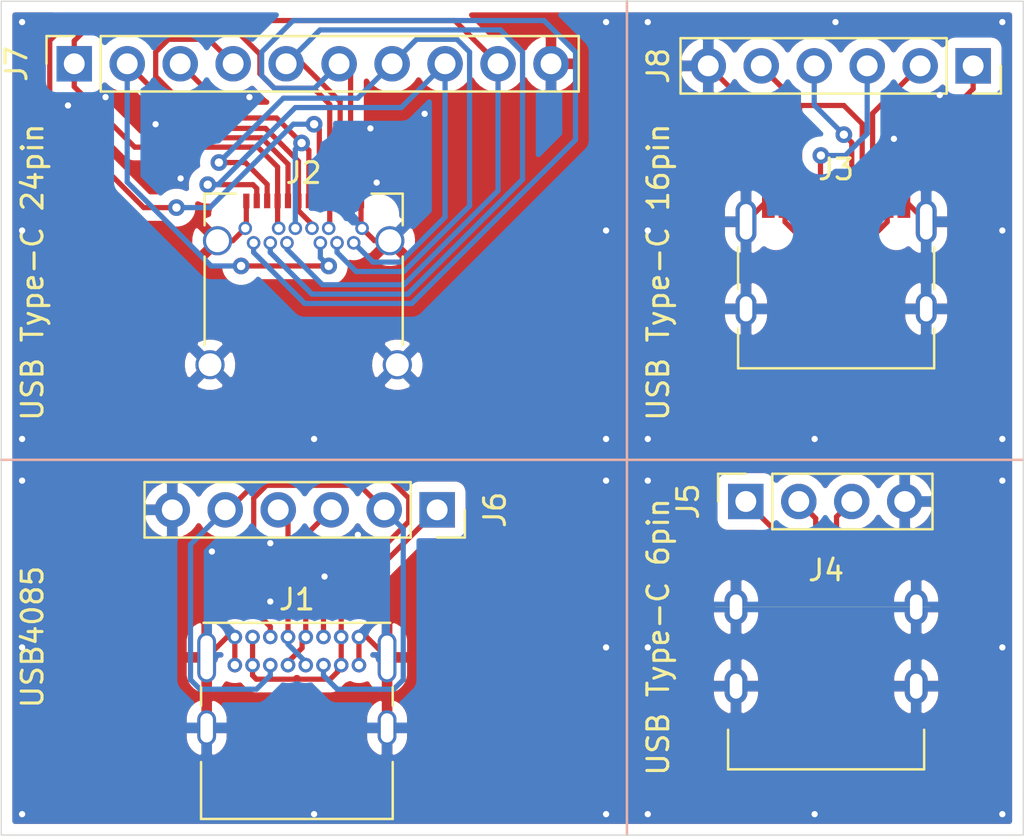
<source format=kicad_pcb>
(kicad_pcb (version 20171130) (host pcbnew "(5.1.5)-3")

  (general
    (thickness 1.6)
    (drawings 12)
    (tracks 319)
    (zones 0)
    (modules 8)
    (nets 24)
  )

  (page A4)
  (layers
    (0 F.Cu signal hide)
    (31 B.Cu signal hide)
    (32 B.Adhes user)
    (33 F.Adhes user)
    (34 B.Paste user)
    (35 F.Paste user)
    (36 B.SilkS user)
    (37 F.SilkS user)
    (38 B.Mask user)
    (39 F.Mask user)
    (40 Dwgs.User user)
    (41 Cmts.User user)
    (42 Eco1.User user)
    (43 Eco2.User user)
    (44 Edge.Cuts user)
    (45 Margin user)
    (46 B.CrtYd user)
    (47 F.CrtYd user)
    (48 B.Fab user)
    (49 F.Fab user)
  )

  (setup
    (last_trace_width 0.25)
    (trace_clearance 0.2)
    (zone_clearance 0.508)
    (zone_45_only no)
    (trace_min 0.2)
    (via_size 0.8)
    (via_drill 0.4)
    (via_min_size 0.4)
    (via_min_drill 0.3)
    (user_via 0.6 0.3)
    (uvia_size 0.3)
    (uvia_drill 0.1)
    (uvias_allowed no)
    (uvia_min_size 0.2)
    (uvia_min_drill 0.1)
    (edge_width 0.05)
    (segment_width 0.2)
    (pcb_text_width 0.3)
    (pcb_text_size 1.5 1.5)
    (mod_edge_width 0.12)
    (mod_text_size 1 1)
    (mod_text_width 0.15)
    (pad_size 1.524 1.524)
    (pad_drill 0.762)
    (pad_to_mask_clearance 0.051)
    (solder_mask_min_width 0.25)
    (aux_axis_origin 0 0)
    (visible_elements 7FFFFFFF)
    (pcbplotparams
      (layerselection 0x010fc_ffffffff)
      (usegerberextensions false)
      (usegerberattributes false)
      (usegerberadvancedattributes false)
      (creategerberjobfile false)
      (excludeedgelayer true)
      (linewidth 0.100000)
      (plotframeref false)
      (viasonmask false)
      (mode 1)
      (useauxorigin false)
      (hpglpennumber 1)
      (hpglpenspeed 20)
      (hpglpendiameter 15.000000)
      (psnegative false)
      (psa4output false)
      (plotreference true)
      (plotvalue true)
      (plotinvisibletext false)
      (padsonsilk false)
      (subtractmaskfromsilk false)
      (outputformat 1)
      (mirror false)
      (drillshape 1)
      (scaleselection 1)
      (outputdirectory ""))
  )

  (net 0 "")
  (net 1 "Net-(J1-PadA4)")
  (net 2 "Net-(J1-PadA8)")
  (net 3 "Net-(J1-PadA7)")
  (net 4 "Net-(J1-PadA6)")
  (net 5 "Net-(J1-PadA5)")
  (net 6 "Net-(J2-PadA4)")
  (net 7 "Net-(J2-PadA11)")
  (net 8 "Net-(J2-PadA8)")
  (net 9 "Net-(J2-PadA10)")
  (net 10 "Net-(J2-PadA7)")
  (net 11 "Net-(J2-PadA6)")
  (net 12 "Net-(J2-PadA5)")
  (net 13 "Net-(J2-PadA3)")
  (net 14 "Net-(J2-PadA2)")
  (net 15 "Net-(J3-PadA4)")
  (net 16 "Net-(J3-PadA5)")
  (net 17 "Net-(J3-PadA7)")
  (net 18 "Net-(J3-PadA8)")
  (net 19 "Net-(J3-PadA6)")
  (net 20 "Net-(J4-PadA4)")
  (net 21 "Net-(J4-PadB5)")
  (net 22 "Net-(J4-PadA5)")
  (net 23 GND)

  (net_class Default "これはデフォルトのネット クラスです。"
    (clearance 0.2)
    (trace_width 0.25)
    (via_dia 0.8)
    (via_drill 0.4)
    (uvia_dia 0.3)
    (uvia_drill 0.1)
    (add_net GND)
    (add_net "Net-(J1-PadA4)")
    (add_net "Net-(J1-PadA5)")
    (add_net "Net-(J1-PadA6)")
    (add_net "Net-(J1-PadA7)")
    (add_net "Net-(J1-PadA8)")
    (add_net "Net-(J2-PadA10)")
    (add_net "Net-(J2-PadA11)")
    (add_net "Net-(J2-PadA2)")
    (add_net "Net-(J2-PadA3)")
    (add_net "Net-(J2-PadA4)")
    (add_net "Net-(J2-PadA5)")
    (add_net "Net-(J2-PadA6)")
    (add_net "Net-(J2-PadA7)")
    (add_net "Net-(J2-PadA8)")
    (add_net "Net-(J3-PadA4)")
    (add_net "Net-(J3-PadA5)")
    (add_net "Net-(J3-PadA6)")
    (add_net "Net-(J3-PadA7)")
    (add_net "Net-(J3-PadA8)")
    (add_net "Net-(J4-PadA4)")
    (add_net "Net-(J4-PadA5)")
    (add_net "Net-(J4-PadB5)")
  )

  (module Connector_PinSocket_2.54mm:PinSocket_1x06_P2.54mm_Vertical (layer F.Cu) (tedit 5A19A430) (tstamp 5E6162BA)
    (at 112.6 100.1 270)
    (descr "Through hole straight socket strip, 1x06, 2.54mm pitch, single row (from Kicad 4.0.7), script generated")
    (tags "Through hole socket strip THT 1x06 2.54mm single row")
    (path /5E664006)
    (fp_text reference J8 (at 0 15.1 90) (layer F.SilkS)
      (effects (font (size 1 1) (thickness 0.15)))
    )
    (fp_text value Conn_01x06 (at 0 15.47 90) (layer F.Fab)
      (effects (font (size 1 1) (thickness 0.15)))
    )
    (fp_text user %R (at 0 6.35) (layer F.Fab)
      (effects (font (size 1 1) (thickness 0.15)))
    )
    (fp_line (start -1.8 14.45) (end -1.8 -1.8) (layer F.CrtYd) (width 0.05))
    (fp_line (start 1.75 14.45) (end -1.8 14.45) (layer F.CrtYd) (width 0.05))
    (fp_line (start 1.75 -1.8) (end 1.75 14.45) (layer F.CrtYd) (width 0.05))
    (fp_line (start -1.8 -1.8) (end 1.75 -1.8) (layer F.CrtYd) (width 0.05))
    (fp_line (start 0 -1.33) (end 1.33 -1.33) (layer F.SilkS) (width 0.12))
    (fp_line (start 1.33 -1.33) (end 1.33 0) (layer F.SilkS) (width 0.12))
    (fp_line (start 1.33 1.27) (end 1.33 14.03) (layer F.SilkS) (width 0.12))
    (fp_line (start -1.33 14.03) (end 1.33 14.03) (layer F.SilkS) (width 0.12))
    (fp_line (start -1.33 1.27) (end -1.33 14.03) (layer F.SilkS) (width 0.12))
    (fp_line (start -1.33 1.27) (end 1.33 1.27) (layer F.SilkS) (width 0.12))
    (fp_line (start -1.27 13.97) (end -1.27 -1.27) (layer F.Fab) (width 0.1))
    (fp_line (start 1.27 13.97) (end -1.27 13.97) (layer F.Fab) (width 0.1))
    (fp_line (start 1.27 -0.635) (end 1.27 13.97) (layer F.Fab) (width 0.1))
    (fp_line (start 0.635 -1.27) (end 1.27 -0.635) (layer F.Fab) (width 0.1))
    (fp_line (start -1.27 -1.27) (end 0.635 -1.27) (layer F.Fab) (width 0.1))
    (pad 6 thru_hole oval (at 0 12.7 270) (size 1.7 1.7) (drill 1) (layers *.Cu *.Mask)
      (net 23 GND))
    (pad 5 thru_hole oval (at 0 10.16 270) (size 1.7 1.7) (drill 1) (layers *.Cu *.Mask)
      (net 18 "Net-(J3-PadA8)"))
    (pad 4 thru_hole oval (at 0 7.62 270) (size 1.7 1.7) (drill 1) (layers *.Cu *.Mask)
      (net 19 "Net-(J3-PadA6)"))
    (pad 3 thru_hole oval (at 0 5.08 270) (size 1.7 1.7) (drill 1) (layers *.Cu *.Mask)
      (net 17 "Net-(J3-PadA7)"))
    (pad 2 thru_hole oval (at 0 2.54 270) (size 1.7 1.7) (drill 1) (layers *.Cu *.Mask)
      (net 16 "Net-(J3-PadA5)"))
    (pad 1 thru_hole rect (at 0 0 270) (size 1.7 1.7) (drill 1) (layers *.Cu *.Mask)
      (net 15 "Net-(J3-PadA4)"))
    (model ${KISYS3DMOD}/Connector_PinSocket_2.54mm.3dshapes/PinSocket_1x06_P2.54mm_Vertical.wrl
      (at (xyz 0 0 0))
      (scale (xyz 1 1 1))
      (rotate (xyz 0 0 0))
    )
  )

  (module Connector_PinSocket_2.54mm:PinSocket_1x06_P2.54mm_Vertical (layer F.Cu) (tedit 5A19A430) (tstamp 5E616266)
    (at 86.9 121.4 270)
    (descr "Through hole straight socket strip, 1x06, 2.54mm pitch, single row (from Kicad 4.0.7), script generated")
    (tags "Through hole socket strip THT 1x06 2.54mm single row")
    (path /5E655761)
    (fp_text reference J6 (at 0 -2.77 90) (layer F.SilkS)
      (effects (font (size 1 1) (thickness 0.15)))
    )
    (fp_text value Conn_01x06 (at 0 15.47 90) (layer F.Fab)
      (effects (font (size 1 1) (thickness 0.15)))
    )
    (fp_text user %R (at 0 6.35) (layer F.Fab)
      (effects (font (size 1 1) (thickness 0.15)))
    )
    (fp_line (start -1.8 14.45) (end -1.8 -1.8) (layer F.CrtYd) (width 0.05))
    (fp_line (start 1.75 14.45) (end -1.8 14.45) (layer F.CrtYd) (width 0.05))
    (fp_line (start 1.75 -1.8) (end 1.75 14.45) (layer F.CrtYd) (width 0.05))
    (fp_line (start -1.8 -1.8) (end 1.75 -1.8) (layer F.CrtYd) (width 0.05))
    (fp_line (start 0 -1.33) (end 1.33 -1.33) (layer F.SilkS) (width 0.12))
    (fp_line (start 1.33 -1.33) (end 1.33 0) (layer F.SilkS) (width 0.12))
    (fp_line (start 1.33 1.27) (end 1.33 14.03) (layer F.SilkS) (width 0.12))
    (fp_line (start -1.33 14.03) (end 1.33 14.03) (layer F.SilkS) (width 0.12))
    (fp_line (start -1.33 1.27) (end -1.33 14.03) (layer F.SilkS) (width 0.12))
    (fp_line (start -1.33 1.27) (end 1.33 1.27) (layer F.SilkS) (width 0.12))
    (fp_line (start -1.27 13.97) (end -1.27 -1.27) (layer F.Fab) (width 0.1))
    (fp_line (start 1.27 13.97) (end -1.27 13.97) (layer F.Fab) (width 0.1))
    (fp_line (start 1.27 -0.635) (end 1.27 13.97) (layer F.Fab) (width 0.1))
    (fp_line (start 0.635 -1.27) (end 1.27 -0.635) (layer F.Fab) (width 0.1))
    (fp_line (start -1.27 -1.27) (end 0.635 -1.27) (layer F.Fab) (width 0.1))
    (pad 6 thru_hole oval (at 0 12.7 270) (size 1.7 1.7) (drill 1) (layers *.Cu *.Mask)
      (net 23 GND))
    (pad 5 thru_hole oval (at 0 10.16 270) (size 1.7 1.7) (drill 1) (layers *.Cu *.Mask)
      (net 2 "Net-(J1-PadA8)"))
    (pad 4 thru_hole oval (at 0 7.62 270) (size 1.7 1.7) (drill 1) (layers *.Cu *.Mask)
      (net 4 "Net-(J1-PadA6)"))
    (pad 3 thru_hole oval (at 0 5.08 270) (size 1.7 1.7) (drill 1) (layers *.Cu *.Mask)
      (net 3 "Net-(J1-PadA7)"))
    (pad 2 thru_hole oval (at 0 2.54 270) (size 1.7 1.7) (drill 1) (layers *.Cu *.Mask)
      (net 5 "Net-(J1-PadA5)"))
    (pad 1 thru_hole rect (at 0 0 270) (size 1.7 1.7) (drill 1) (layers *.Cu *.Mask)
      (net 1 "Net-(J1-PadA4)"))
    (model ${KISYS3DMOD}/Connector_PinSocket_2.54mm.3dshapes/PinSocket_1x06_P2.54mm_Vertical.wrl
      (at (xyz 0 0 0))
      (scale (xyz 1 1 1))
      (rotate (xyz 0 0 0))
    )
  )

  (module Connector_PinSocket_2.54mm:PinSocket_1x04_P2.54mm_Vertical (layer F.Cu) (tedit 5A19A429) (tstamp 5E5B4752)
    (at 101.7 121 90)
    (descr "Through hole straight socket strip, 1x04, 2.54mm pitch, single row (from Kicad 4.0.7), script generated")
    (tags "Through hole socket strip THT 1x04 2.54mm single row")
    (path /5E5E74BC)
    (fp_text reference J5 (at 0 -2.77 90) (layer F.SilkS)
      (effects (font (size 1 1) (thickness 0.15)))
    )
    (fp_text value Conn_01x04 (at 0 10.39 90) (layer F.Fab)
      (effects (font (size 1 1) (thickness 0.15)))
    )
    (fp_text user %R (at 0 3.81) (layer F.Fab)
      (effects (font (size 1 1) (thickness 0.15)))
    )
    (fp_line (start -1.8 9.4) (end -1.8 -1.8) (layer F.CrtYd) (width 0.05))
    (fp_line (start 1.75 9.4) (end -1.8 9.4) (layer F.CrtYd) (width 0.05))
    (fp_line (start 1.75 -1.8) (end 1.75 9.4) (layer F.CrtYd) (width 0.05))
    (fp_line (start -1.8 -1.8) (end 1.75 -1.8) (layer F.CrtYd) (width 0.05))
    (fp_line (start 0 -1.33) (end 1.33 -1.33) (layer F.SilkS) (width 0.12))
    (fp_line (start 1.33 -1.33) (end 1.33 0) (layer F.SilkS) (width 0.12))
    (fp_line (start 1.33 1.27) (end 1.33 8.95) (layer F.SilkS) (width 0.12))
    (fp_line (start -1.33 8.95) (end 1.33 8.95) (layer F.SilkS) (width 0.12))
    (fp_line (start -1.33 1.27) (end -1.33 8.95) (layer F.SilkS) (width 0.12))
    (fp_line (start -1.33 1.27) (end 1.33 1.27) (layer F.SilkS) (width 0.12))
    (fp_line (start -1.27 8.89) (end -1.27 -1.27) (layer F.Fab) (width 0.1))
    (fp_line (start 1.27 8.89) (end -1.27 8.89) (layer F.Fab) (width 0.1))
    (fp_line (start 1.27 -0.635) (end 1.27 8.89) (layer F.Fab) (width 0.1))
    (fp_line (start 0.635 -1.27) (end 1.27 -0.635) (layer F.Fab) (width 0.1))
    (fp_line (start -1.27 -1.27) (end 0.635 -1.27) (layer F.Fab) (width 0.1))
    (pad 4 thru_hole oval (at 0 7.62 90) (size 1.7 1.7) (drill 1) (layers *.Cu *.Mask)
      (net 23 GND))
    (pad 3 thru_hole oval (at 0 5.08 90) (size 1.7 1.7) (drill 1) (layers *.Cu *.Mask)
      (net 21 "Net-(J4-PadB5)"))
    (pad 2 thru_hole oval (at 0 2.54 90) (size 1.7 1.7) (drill 1) (layers *.Cu *.Mask)
      (net 22 "Net-(J4-PadA5)"))
    (pad 1 thru_hole rect (at 0 0 90) (size 1.7 1.7) (drill 1) (layers *.Cu *.Mask)
      (net 20 "Net-(J4-PadA4)"))
    (model ${KISYS3DMOD}/Connector_PinSocket_2.54mm.3dshapes/PinSocket_1x04_P2.54mm_Vertical.wrl
      (at (xyz 0 0 0))
      (scale (xyz 1 1 1))
      (rotate (xyz 0 0 0))
    )
  )

  (module Connector_PinSocket_2.54mm:PinSocket_1x10_P2.54mm_Vertical (layer F.Cu) (tedit 5A19A425) (tstamp 5E5B9ED0)
    (at 69.5 100 90)
    (descr "Through hole straight socket strip, 1x10, 2.54mm pitch, single row (from Kicad 4.0.7), script generated")
    (tags "Through hole socket strip THT 1x10 2.54mm single row")
    (path /5E618C05)
    (fp_text reference J7 (at 0 -2.77 90) (layer F.SilkS)
      (effects (font (size 1 1) (thickness 0.15)))
    )
    (fp_text value Conn_01x10 (at 0 25.63 90) (layer F.Fab)
      (effects (font (size 1 1) (thickness 0.15)))
    )
    (fp_text user %R (at 0 11.43) (layer F.Fab)
      (effects (font (size 1 1) (thickness 0.15)))
    )
    (fp_line (start -1.8 24.6) (end -1.8 -1.8) (layer F.CrtYd) (width 0.05))
    (fp_line (start 1.75 24.6) (end -1.8 24.6) (layer F.CrtYd) (width 0.05))
    (fp_line (start 1.75 -1.8) (end 1.75 24.6) (layer F.CrtYd) (width 0.05))
    (fp_line (start -1.8 -1.8) (end 1.75 -1.8) (layer F.CrtYd) (width 0.05))
    (fp_line (start 0 -1.33) (end 1.33 -1.33) (layer F.SilkS) (width 0.12))
    (fp_line (start 1.33 -1.33) (end 1.33 0) (layer F.SilkS) (width 0.12))
    (fp_line (start 1.33 1.27) (end 1.33 24.19) (layer F.SilkS) (width 0.12))
    (fp_line (start -1.33 24.19) (end 1.33 24.19) (layer F.SilkS) (width 0.12))
    (fp_line (start -1.33 1.27) (end -1.33 24.19) (layer F.SilkS) (width 0.12))
    (fp_line (start -1.33 1.27) (end 1.33 1.27) (layer F.SilkS) (width 0.12))
    (fp_line (start -1.27 24.13) (end -1.27 -1.27) (layer F.Fab) (width 0.1))
    (fp_line (start 1.27 24.13) (end -1.27 24.13) (layer F.Fab) (width 0.1))
    (fp_line (start 1.27 -0.635) (end 1.27 24.13) (layer F.Fab) (width 0.1))
    (fp_line (start 0.635 -1.27) (end 1.27 -0.635) (layer F.Fab) (width 0.1))
    (fp_line (start -1.27 -1.27) (end 0.635 -1.27) (layer F.Fab) (width 0.1))
    (pad 10 thru_hole oval (at 0 22.86 90) (size 1.7 1.7) (drill 1) (layers *.Cu *.Mask)
      (net 23 GND))
    (pad 9 thru_hole oval (at 0 20.32 90) (size 1.7 1.7) (drill 1) (layers *.Cu *.Mask)
      (net 8 "Net-(J2-PadA8)"))
    (pad 8 thru_hole oval (at 0 17.78 90) (size 1.7 1.7) (drill 1) (layers *.Cu *.Mask)
      (net 14 "Net-(J2-PadA2)"))
    (pad 7 thru_hole oval (at 0 15.24 90) (size 1.7 1.7) (drill 1) (layers *.Cu *.Mask)
      (net 13 "Net-(J2-PadA3)"))
    (pad 6 thru_hole oval (at 0 12.7 90) (size 1.7 1.7) (drill 1) (layers *.Cu *.Mask)
      (net 7 "Net-(J2-PadA11)"))
    (pad 5 thru_hole oval (at 0 10.16 90) (size 1.7 1.7) (drill 1) (layers *.Cu *.Mask)
      (net 9 "Net-(J2-PadA10)"))
    (pad 4 thru_hole oval (at 0 7.62 90) (size 1.7 1.7) (drill 1) (layers *.Cu *.Mask)
      (net 11 "Net-(J2-PadA6)"))
    (pad 3 thru_hole oval (at 0 5.08 90) (size 1.7 1.7) (drill 1) (layers *.Cu *.Mask)
      (net 10 "Net-(J2-PadA7)"))
    (pad 2 thru_hole oval (at 0 2.54 90) (size 1.7 1.7) (drill 1) (layers *.Cu *.Mask)
      (net 12 "Net-(J2-PadA5)"))
    (pad 1 thru_hole rect (at 0 0 90) (size 1.7 1.7) (drill 1) (layers *.Cu *.Mask)
      (net 6 "Net-(J2-PadA4)"))
    (model ${KISYS3DMOD}/Connector_PinSocket_2.54mm.3dshapes/PinSocket_1x10_P2.54mm_Vertical.wrl
      (at (xyz 0 0 0))
      (scale (xyz 1 1 1))
      (rotate (xyz 0 0 0))
    )
  )

  (module Various:USB_C_Receptacle_6pin (layer F.Cu) (tedit 5E5AB93D) (tstamp 5E5B3ABE)
    (at 105.55 129.95)
    (descr "USB Type-C receptacle for USB 2.0 and PD, http://www.krhro.com/uploads/soft/180320/1-1P320120243.pdf")
    (tags "usb usb-c 2.0 pd")
    (path /5E5D4AC9)
    (attr smd)
    (fp_text reference J4 (at 0 -5.645) (layer F.SilkS)
      (effects (font (size 1 1) (thickness 0.15)))
    )
    (fp_text value USB_C_Receptacle_USB2.0 (at 0 5.1) (layer F.Fab)
      (effects (font (size 1 1) (thickness 0.15)))
    )
    (fp_line (start 4.32 -3.83) (end 4.32 -3.94) (layer F.SilkS) (width 0.01))
    (fp_line (start -5.32 -3.89) (end 5 -3.89) (layer F.SilkS) (width 0.01))
    (fp_line (start -4.7 2) (end -4.7 3.9) (layer F.SilkS) (width 0.12))
    (fp_line (start 4.7 2) (end 4.7 3.9) (layer F.SilkS) (width 0.12))
    (fp_line (start 5.32 -5.27) (end 5.32 4.15) (layer F.CrtYd) (width 0.05))
    (fp_line (start -5.32 -5.27) (end -5.32 4.15) (layer F.CrtYd) (width 0.05))
    (fp_line (start -5.32 4.15) (end 5.32 4.15) (layer F.CrtYd) (width 0.05))
    (fp_line (start -5.32 -5.27) (end 5.32 -5.27) (layer F.CrtYd) (width 0.05))
    (fp_text user %R (at 0 0) (layer F.Fab)
      (effects (font (size 1 1) (thickness 0.15)))
    )
    (fp_line (start 4.47 -3.65) (end 4.47 3.65) (layer F.Fab) (width 0.1))
    (fp_line (start -4.47 3.65) (end 4.47 3.65) (layer F.Fab) (width 0.1))
    (fp_line (start -4.47 -3.65) (end -4.47 3.65) (layer F.Fab) (width 0.1))
    (fp_line (start -4.47 -3.65) (end 4.47 -3.65) (layer F.Fab) (width 0.1))
    (fp_line (start -4.7 3.9) (end 4.7 3.9) (layer F.SilkS) (width 0.12))
    (pad S1 thru_hole oval (at 4.32 -0.09) (size 1.1 1.7) (drill oval 0.6 1.2) (layers *.Cu *.Mask)
      (net 23 GND))
    (pad S1 thru_hole oval (at -4.32 -0.09) (size 1.1 1.7) (drill oval 0.6 1.2) (layers *.Cu *.Mask)
      (net 23 GND))
    (pad S1 thru_hole oval (at -4.32 -3.89) (size 1.1 1.7) (drill oval 0.6 1.2) (layers *.Cu *.Mask)
      (net 23 GND))
    (pad S1 thru_hole oval (at 4.32 -3.89) (size 1.1 1.7) (drill oval 0.6 1.2) (layers *.Cu *.Mask)
      (net 23 GND))
    (pad B5 smd rect (at 0.5 -4.04) (size 0.7 1.2) (layers F.Cu F.Paste F.Mask)
      (net 21 "Net-(J4-PadB5)"))
    (pad A5 smd rect (at -0.5 -4.04) (size 0.7 1.2) (layers F.Cu F.Paste F.Mask)
      (net 22 "Net-(J4-PadA5)"))
    (pad A12 smd rect (at 2.76 -4.04) (size 0.8 1.2) (layers F.Cu F.Paste F.Mask)
      (net 23 GND))
    (pad B12 smd rect (at -2.75 -4.04) (size 0.8 1.2) (layers F.Cu F.Paste F.Mask)
      (net 23 GND))
    (pad B9 smd rect (at -1.52 -4.04) (size 0.76 1.2) (layers F.Cu F.Paste F.Mask)
      (net 20 "Net-(J4-PadA4)"))
    (pad A9 smd rect (at 1.52 -4.04) (size 0.76 1.2) (layers F.Cu F.Paste F.Mask)
      (net 20 "Net-(J4-PadA4)"))
    (model ${KISYS3DMOD}/Connector_USB.3dshapes/USB_C_Receptacle_HRO_TYPE-C-31-M-12.wrl
      (at (xyz 0 0 0))
      (scale (xyz 1 1 1))
      (rotate (xyz 0 0 0))
    )
  )

  (module Connector_USB:USB_C_Receptacle_HRO_TYPE-C-31-M-12 (layer F.Cu) (tedit 5D3C0721) (tstamp 5E5B0995)
    (at 106.03 110.71)
    (descr "USB Type-C receptacle for USB 2.0 and PD, http://www.krhro.com/uploads/soft/180320/1-1P320120243.pdf")
    (tags "usb usb-c 2.0 pd")
    (path /5E5C38CE)
    (attr smd)
    (fp_text reference J3 (at 0 -5.645) (layer F.SilkS)
      (effects (font (size 1 1) (thickness 0.15)))
    )
    (fp_text value USB_C_Receptacle (at 0 5.1) (layer F.Fab)
      (effects (font (size 1 1) (thickness 0.15)))
    )
    (fp_line (start -4.7 3.9) (end 4.7 3.9) (layer F.SilkS) (width 0.12))
    (fp_line (start -4.47 -3.65) (end 4.47 -3.65) (layer F.Fab) (width 0.1))
    (fp_line (start -4.47 -3.65) (end -4.47 3.65) (layer F.Fab) (width 0.1))
    (fp_line (start -4.47 3.65) (end 4.47 3.65) (layer F.Fab) (width 0.1))
    (fp_line (start 4.47 -3.65) (end 4.47 3.65) (layer F.Fab) (width 0.1))
    (fp_text user %R (at 0 0) (layer F.Fab)
      (effects (font (size 1 1) (thickness 0.15)))
    )
    (fp_line (start -5.32 -5.27) (end 5.32 -5.27) (layer F.CrtYd) (width 0.05))
    (fp_line (start -5.32 4.15) (end 5.32 4.15) (layer F.CrtYd) (width 0.05))
    (fp_line (start -5.32 -5.27) (end -5.32 4.15) (layer F.CrtYd) (width 0.05))
    (fp_line (start 5.32 -5.27) (end 5.32 4.15) (layer F.CrtYd) (width 0.05))
    (fp_line (start 4.7 -1.9) (end 4.7 0.1) (layer F.SilkS) (width 0.12))
    (fp_line (start 4.7 2) (end 4.7 3.9) (layer F.SilkS) (width 0.12))
    (fp_line (start -4.7 -1.9) (end -4.7 0.1) (layer F.SilkS) (width 0.12))
    (fp_line (start -4.7 2) (end -4.7 3.9) (layer F.SilkS) (width 0.12))
    (pad B1 smd rect (at 3.25 -4.045) (size 0.6 1.45) (layers F.Cu F.Paste F.Mask)
      (net 23 GND))
    (pad A9 smd rect (at 2.45 -4.045) (size 0.6 1.45) (layers F.Cu F.Paste F.Mask)
      (net 15 "Net-(J3-PadA4)"))
    (pad B9 smd rect (at -2.45 -4.045) (size 0.6 1.45) (layers F.Cu F.Paste F.Mask)
      (net 15 "Net-(J3-PadA4)"))
    (pad B12 smd rect (at -3.25 -4.045) (size 0.6 1.45) (layers F.Cu F.Paste F.Mask)
      (net 23 GND))
    (pad A1 smd rect (at -3.25 -4.045) (size 0.6 1.45) (layers F.Cu F.Paste F.Mask)
      (net 23 GND))
    (pad A4 smd rect (at -2.45 -4.045) (size 0.6 1.45) (layers F.Cu F.Paste F.Mask)
      (net 15 "Net-(J3-PadA4)"))
    (pad B4 smd rect (at 2.45 -4.045) (size 0.6 1.45) (layers F.Cu F.Paste F.Mask)
      (net 15 "Net-(J3-PadA4)"))
    (pad A12 smd rect (at 3.25 -4.045) (size 0.6 1.45) (layers F.Cu F.Paste F.Mask)
      (net 23 GND))
    (pad B8 smd rect (at -1.75 -4.045) (size 0.3 1.45) (layers F.Cu F.Paste F.Mask)
      (net 18 "Net-(J3-PadA8)"))
    (pad A5 smd rect (at -1.25 -4.045) (size 0.3 1.45) (layers F.Cu F.Paste F.Mask)
      (net 16 "Net-(J3-PadA5)"))
    (pad B7 smd rect (at -0.75 -4.045) (size 0.3 1.45) (layers F.Cu F.Paste F.Mask)
      (net 17 "Net-(J3-PadA7)"))
    (pad A7 smd rect (at 0.25 -4.045) (size 0.3 1.45) (layers F.Cu F.Paste F.Mask)
      (net 17 "Net-(J3-PadA7)"))
    (pad B6 smd rect (at 0.75 -4.045) (size 0.3 1.45) (layers F.Cu F.Paste F.Mask)
      (net 19 "Net-(J3-PadA6)"))
    (pad A8 smd rect (at 1.25 -4.045) (size 0.3 1.45) (layers F.Cu F.Paste F.Mask)
      (net 18 "Net-(J3-PadA8)"))
    (pad B5 smd rect (at 1.75 -4.045) (size 0.3 1.45) (layers F.Cu F.Paste F.Mask)
      (net 16 "Net-(J3-PadA5)"))
    (pad A6 smd rect (at -0.25 -4.045) (size 0.3 1.45) (layers F.Cu F.Paste F.Mask)
      (net 19 "Net-(J3-PadA6)"))
    (pad S1 thru_hole oval (at 4.32 -3.13) (size 1 2.1) (drill oval 0.6 1.7) (layers *.Cu *.Mask)
      (net 23 GND))
    (pad S1 thru_hole oval (at -4.32 -3.13) (size 1 2.1) (drill oval 0.6 1.7) (layers *.Cu *.Mask)
      (net 23 GND))
    (pad "" np_thru_hole circle (at -2.89 -2.6) (size 0.65 0.65) (drill 0.65) (layers *.Cu *.Mask))
    (pad S1 thru_hole oval (at -4.32 1.05) (size 1 1.6) (drill oval 0.6 1.2) (layers *.Cu *.Mask)
      (net 23 GND))
    (pad "" np_thru_hole circle (at 2.89 -2.6) (size 0.65 0.65) (drill 0.65) (layers *.Cu *.Mask))
    (pad S1 thru_hole oval (at 4.32 1.05) (size 1 1.6) (drill oval 0.6 1.2) (layers *.Cu *.Mask)
      (net 23 GND))
    (model ${KISYS3DMOD}/Connector_USB.3dshapes/USB_C_Receptacle_HRO_TYPE-C-31-M-12.wrl
      (at (xyz 0 0 0))
      (scale (xyz 1 1 1))
      (rotate (xyz 0 0 0))
    )
  )

  (module Connector_USB:USB_C_Receptacle_Amphenol_12401548E4-2A_CircularHoles (layer F.Cu) (tedit 5A142044) (tstamp 5E5B096D)
    (at 80.5 111.6)
    (descr "USB TYPE C, RA RCPT PCB, Hybrid, https://www.amphenolcanada.com/StockAvailabilityPrice.aspx?From=&PartNum=12401548E4%7e2A")
    (tags "USB C Type-C Receptacle Hybrid")
    (path /5E5B6273)
    (attr smd)
    (fp_text reference J2 (at 0 -6.36) (layer F.SilkS)
      (effects (font (size 1 1) (thickness 0.15)))
    )
    (fp_text value USB_C_Receptacle (at 0 6.14) (layer F.Fab)
      (effects (font (size 1 1) (thickness 0.15)))
    )
    (fp_line (start -4.75 -5.37) (end -4.75 -3.85) (layer F.SilkS) (width 0.12))
    (fp_line (start 4.75 -2.35) (end 4.75 1.89) (layer F.SilkS) (width 0.12))
    (fp_line (start -4.6 5.23) (end -4.6 -5.22) (layer F.Fab) (width 0.1))
    (fp_line (start -4.6 -5.22) (end 4.6 -5.22) (layer F.Fab) (width 0.1))
    (fp_line (start -4.75 -5.37) (end -3.25 -5.37) (layer F.SilkS) (width 0.12))
    (fp_line (start -4.75 -2.35) (end -4.75 1.89) (layer F.SilkS) (width 0.12))
    (fp_line (start 4.75 -5.37) (end 4.75 -3.85) (layer F.SilkS) (width 0.12))
    (fp_line (start 3.25 -5.37) (end 4.75 -5.37) (layer F.SilkS) (width 0.12))
    (fp_line (start -4.6 5.23) (end 4.6 5.23) (layer F.Fab) (width 0.1))
    (fp_line (start 4.6 5.23) (end 4.6 -5.22) (layer F.Fab) (width 0.1))
    (fp_line (start -5.69 -5.87) (end 5.69 -5.87) (layer F.CrtYd) (width 0.05))
    (fp_line (start 5.69 -5.87) (end 5.69 5.73) (layer F.CrtYd) (width 0.05))
    (fp_line (start 5.69 5.73) (end -5.69 5.73) (layer F.CrtYd) (width 0.05))
    (fp_line (start -5.69 5.73) (end -5.69 -5.87) (layer F.CrtYd) (width 0.05))
    (fp_text user %R (at 0 0) (layer F.Fab)
      (effects (font (size 1 1) (thickness 0.1)))
    )
    (pad B11 thru_hole circle (at -2.4 -3.01) (size 0.65 0.65) (drill 0.4) (layers *.Cu *.Mask)
      (net 7 "Net-(J2-PadA11)"))
    (pad B10 thru_hole circle (at -1.6 -3.01) (size 0.65 0.65) (drill 0.4) (layers *.Cu *.Mask)
      (net 9 "Net-(J2-PadA10)"))
    (pad B8 thru_hole circle (at -0.8 -3.01) (size 0.65 0.65) (drill 0.4) (layers *.Cu *.Mask)
      (net 8 "Net-(J2-PadA8)"))
    (pad B5 thru_hole circle (at 0.8 -3.01) (size 0.65 0.65) (drill 0.4) (layers *.Cu *.Mask)
      (net 12 "Net-(J2-PadA5)"))
    (pad B3 thru_hole circle (at 1.6 -3.01) (size 0.65 0.65) (drill 0.4) (layers *.Cu *.Mask)
      (net 13 "Net-(J2-PadA3)"))
    (pad B2 thru_hole circle (at 2.4 -3.01) (size 0.65 0.65) (drill 0.4) (layers *.Cu *.Mask)
      (net 14 "Net-(J2-PadA2)"))
    (pad B12 thru_hole circle (at -2.8 -3.71) (size 0.65 0.65) (drill 0.4) (layers *.Cu *.Mask)
      (net 23 GND))
    (pad B9 thru_hole circle (at -1.2 -3.71) (size 0.65 0.65) (drill 0.4) (layers *.Cu *.Mask)
      (net 6 "Net-(J2-PadA4)"))
    (pad B7 thru_hole circle (at -0.4 -3.71) (size 0.65 0.65) (drill 0.4) (layers *.Cu *.Mask)
      (net 10 "Net-(J2-PadA7)"))
    (pad B6 thru_hole circle (at 0.4 -3.71) (size 0.65 0.65) (drill 0.4) (layers *.Cu *.Mask)
      (net 11 "Net-(J2-PadA6)"))
    (pad B4 thru_hole circle (at 1.2 -3.71) (size 0.65 0.65) (drill 0.4) (layers *.Cu *.Mask)
      (net 6 "Net-(J2-PadA4)"))
    (pad B1 thru_hole circle (at 2.8 -3.71) (size 0.65 0.65) (drill 0.4) (layers *.Cu *.Mask)
      (net 23 GND))
    (pad "" np_thru_hole circle (at -3.6 -4.36) (size 0.65 0.65) (drill 0.65) (layers *.Cu *.Mask))
    (pad "" np_thru_hole circle (at 3.6 -4.36) (size 0.95 0.95) (drill 0.95) (layers *.Cu *.Mask))
    (pad S1 thru_hole circle (at -4.49 2.84) (size 1.4 1.4) (drill 1.1) (layers *.Cu *.Mask)
      (net 23 GND))
    (pad S1 thru_hole circle (at 4.49 2.84) (size 1.4 1.4) (drill 1.1) (layers *.Cu *.Mask)
      (net 23 GND))
    (pad S1 thru_hole circle (at 4.13 -3.11) (size 1.4 1.4) (drill 1.1) (layers *.Cu *.Mask)
      (net 23 GND))
    (pad A11 smd rect (at 2.25 -5.02) (size 0.3 0.7) (layers F.Cu F.Paste F.Mask)
      (net 7 "Net-(J2-PadA11)"))
    (pad A8 smd rect (at 0.75 -5.02) (size 0.3 0.7) (layers F.Cu F.Paste F.Mask)
      (net 8 "Net-(J2-PadA8)"))
    (pad A9 smd rect (at 1.25 -5.02) (size 0.3 0.7) (layers F.Cu F.Paste F.Mask)
      (net 6 "Net-(J2-PadA4)"))
    (pad A10 smd rect (at 1.75 -5.02) (size 0.3 0.7) (layers F.Cu F.Paste F.Mask)
      (net 9 "Net-(J2-PadA10)"))
    (pad A12 smd rect (at 2.75 -5.02) (size 0.3 0.7) (layers F.Cu F.Paste F.Mask)
      (net 23 GND))
    (pad A7 smd rect (at 0.25 -5.02) (size 0.3 0.7) (layers F.Cu F.Paste F.Mask)
      (net 10 "Net-(J2-PadA7)"))
    (pad A6 smd rect (at -0.25 -5.02) (size 0.3 0.7) (layers F.Cu F.Paste F.Mask)
      (net 11 "Net-(J2-PadA6)"))
    (pad A5 smd rect (at -0.75 -5.02) (size 0.3 0.7) (layers F.Cu F.Paste F.Mask)
      (net 12 "Net-(J2-PadA5)"))
    (pad A4 smd rect (at -1.25 -5.02) (size 0.3 0.7) (layers F.Cu F.Paste F.Mask)
      (net 6 "Net-(J2-PadA4)"))
    (pad A3 smd rect (at -1.75 -5.02) (size 0.3 0.7) (layers F.Cu F.Paste F.Mask)
      (net 13 "Net-(J2-PadA3)"))
    (pad A2 smd rect (at -2.25 -5.02) (size 0.3 0.7) (layers F.Cu F.Paste F.Mask)
      (net 14 "Net-(J2-PadA2)"))
    (pad A1 smd rect (at -2.75 -5.02) (size 0.3 0.7) (layers F.Cu F.Paste F.Mask)
      (net 23 GND))
    (pad S1 thru_hole circle (at -4.13 -3.11) (size 1.4 1.4) (drill 1.1) (layers *.Cu *.Mask)
      (net 23 GND))
    (model ${KISYS3DMOD}/Connector_USB.3dshapes/USB_C_Receptacle_Amphenol_12401548E4-2A.wrl
      (at (xyz 0 0 0))
      (scale (xyz 1 1 1))
      (rotate (xyz 0 0 0))
    )
  )

  (module Connector_USB:USB_C_Receptacle_GCT_USB4085 (layer F.Cu) (tedit 5E53E928) (tstamp 5E5B093C)
    (at 77.2 127.5)
    (descr "USB 2.0 Type C Receptacle, https://gct.co/Files/Drawings/USB4085.pdf")
    (tags "USB Type-C Receptacle Through-hole Right angle")
    (path /5E541DD3)
    (fp_text reference J1 (at 2.975 -1.8) (layer F.SilkS)
      (effects (font (size 1 1) (thickness 0.15)))
    )
    (fp_text value USB_C_Receptacle (at 2.975 9.925) (layer F.Fab)
      (effects (font (size 1 1) (thickness 0.15)))
    )
    (fp_text user %R (at 2.975 4.025) (layer F.Fab)
      (effects (font (size 1 1) (thickness 0.15)))
    )
    (fp_text user "PCB Edge" (at 2.975 6.1) (layer Dwgs.User)
      (effects (font (size 0.5 0.5) (thickness 0.1)))
    )
    (fp_line (start -0.025 6.1) (end 5.975 6.1) (layer F.Fab) (width 0.1))
    (fp_line (start 8.25 -1.06) (end 8.25 9.11) (layer F.CrtYd) (width 0.05))
    (fp_line (start -2.3 -1.06) (end 8.25 -1.06) (layer F.CrtYd) (width 0.05))
    (fp_line (start -2.3 9.11) (end 8.25 9.11) (layer F.CrtYd) (width 0.05))
    (fp_line (start -2.3 -1.06) (end -2.3 9.11) (layer F.CrtYd) (width 0.05))
    (fp_line (start -1.62 2.4) (end -1.62 3.3) (layer F.SilkS) (width 0.12))
    (fp_line (start 7.57 2.4) (end 7.57 3.3) (layer F.SilkS) (width 0.12))
    (fp_line (start -1.62 6) (end -1.62 8.73) (layer F.SilkS) (width 0.12))
    (fp_line (start 7.57 6) (end 7.57 8.73) (layer F.SilkS) (width 0.12))
    (fp_line (start 7.45 -0.56) (end 7.45 8.61) (layer F.Fab) (width 0.1))
    (fp_line (start -1.5 -0.56) (end -1.5 8.61) (layer F.Fab) (width 0.1))
    (fp_line (start -1.5 -0.68) (end 7.45 -0.68) (layer F.SilkS) (width 0.12))
    (fp_line (start -1.62 8.73) (end 7.57 8.73) (layer F.SilkS) (width 0.12))
    (fp_line (start -1.5 8.61) (end 7.45 8.61) (layer F.Fab) (width 0.1))
    (fp_line (start -1.5 -0.56) (end 7.45 -0.56) (layer F.Fab) (width 0.1))
    (pad S1 thru_hole oval (at 7.3 4.36) (size 0.9 1.7) (drill oval 0.6 1.4) (layers *.Cu *.Mask)
      (net 23 GND))
    (pad S1 thru_hole oval (at -1.35 4.36) (size 0.9 1.7) (drill oval 0.6 1.4) (layers *.Cu *.Mask)
      (net 23 GND))
    (pad S1 thru_hole oval (at 7.3 0.98) (size 0.9 2.4) (drill oval 0.6 2.1) (layers *.Cu *.Mask)
      (net 23 GND))
    (pad S1 thru_hole oval (at -1.35 0.98) (size 0.9 2.4) (drill oval 0.6 2.1) (layers *.Cu *.Mask)
      (net 23 GND))
    (pad B6 thru_hole circle (at 3.4 1.35) (size 0.7 0.7) (drill 0.4) (layers *.Cu *.Mask)
      (net 4 "Net-(J1-PadA6)"))
    (pad B1 thru_hole circle (at 5.95 1.35) (size 0.7 0.7) (drill 0.4) (layers *.Cu *.Mask)
      (net 23 GND))
    (pad B4 thru_hole circle (at 5.1 1.35) (size 0.7 0.7) (drill 0.4) (layers *.Cu *.Mask)
      (net 1 "Net-(J1-PadA4)"))
    (pad B5 thru_hole circle (at 4.25 1.35) (size 0.7 0.7) (drill 0.4) (layers *.Cu *.Mask)
      (net 5 "Net-(J1-PadA5)"))
    (pad B12 thru_hole circle (at 0 1.35) (size 0.7 0.7) (drill 0.4) (layers *.Cu *.Mask)
      (net 23 GND))
    (pad B8 thru_hole circle (at 1.7 1.35) (size 0.7 0.7) (drill 0.4) (layers *.Cu *.Mask)
      (net 2 "Net-(J1-PadA8)"))
    (pad B7 thru_hole circle (at 2.55 1.35) (size 0.7 0.7) (drill 0.4) (layers *.Cu *.Mask)
      (net 3 "Net-(J1-PadA7)"))
    (pad B9 thru_hole circle (at 0.85 1.35) (size 0.7 0.7) (drill 0.4) (layers *.Cu *.Mask)
      (net 1 "Net-(J1-PadA4)"))
    (pad A12 thru_hole circle (at 5.95 0) (size 0.7 0.7) (drill 0.4) (layers *.Cu *.Mask)
      (net 23 GND))
    (pad A9 thru_hole circle (at 5.1 0) (size 0.7 0.7) (drill 0.4) (layers *.Cu *.Mask)
      (net 1 "Net-(J1-PadA4)"))
    (pad A8 thru_hole circle (at 4.25 0) (size 0.7 0.7) (drill 0.4) (layers *.Cu *.Mask)
      (net 2 "Net-(J1-PadA8)"))
    (pad A7 thru_hole circle (at 3.4 0) (size 0.7 0.7) (drill 0.4) (layers *.Cu *.Mask)
      (net 3 "Net-(J1-PadA7)"))
    (pad A6 thru_hole circle (at 2.55 0) (size 0.7 0.7) (drill 0.4) (layers *.Cu *.Mask)
      (net 4 "Net-(J1-PadA6)"))
    (pad A5 thru_hole circle (at 1.7 0) (size 0.7 0.7) (drill 0.4) (layers *.Cu *.Mask)
      (net 5 "Net-(J1-PadA5)"))
    (pad A4 thru_hole circle (at 0.85 0) (size 0.7 0.7) (drill 0.4) (layers *.Cu *.Mask)
      (net 1 "Net-(J1-PadA4)"))
    (pad A1 thru_hole circle (at 0 0) (size 0.7 0.7) (drill 0.4) (layers *.Cu *.Mask)
      (net 23 GND))
    (model ${KISYS3DMOD}/Connector_USB.3dshapes/USB_C_Receptacle_GCT_USB4085.wrl
      (at (xyz 0 0 0))
      (scale (xyz 1 1 1))
      (rotate (xyz 0 0 0))
    )
    (model C:/Users/yuto/OneDrive/Documents/KiCAD/picopicodevil-kicad-library/3DModel/USB4085-GF-A--3DModel-STEP-56544.STEP
      (offset (xyz 3 -4 0))
      (scale (xyz 1 1 1))
      (rotate (xyz -90 0 0))
    )
  )

  (gr_text "USB Type-C 6pin" (at 97.5 127.5 90) (layer F.SilkS)
    (effects (font (size 1 1) (thickness 0.15)))
  )
  (gr_text USB4085 (at 67.5 127.5 90) (layer F.SilkS)
    (effects (font (size 1 1) (thickness 0.15)))
  )
  (gr_text "USB Type-C 16pin" (at 97.5 110 90) (layer F.SilkS)
    (effects (font (size 1 1) (thickness 0.15)))
  )
  (gr_text "USB Type-C 24pin" (at 67.5 110 90) (layer F.SilkS)
    (effects (font (size 1 1) (thickness 0.15)))
  )
  (gr_line (start 96 97) (end 96 137) (layer B.SilkS) (width 0.12))
  (gr_line (start 66 119) (end 115 119) (layer B.SilkS) (width 0.12))
  (gr_line (start 66 137) (end 66 97) (layer Edge.Cuts) (width 0.05) (tstamp 5E616F63))
  (gr_line (start 72 137) (end 66 137) (layer Edge.Cuts) (width 0.05))
  (gr_line (start 115 137) (end 72 137) (layer Edge.Cuts) (width 0.05))
  (gr_line (start 115 135) (end 115 137) (layer Edge.Cuts) (width 0.05))
  (gr_line (start 115 97) (end 115 135) (layer Edge.Cuts) (width 0.05))
  (gr_line (start 66 97) (end 115 97) (layer Edge.Cuts) (width 0.05))

  (segment (start 83.15 127.5) (end 83.15 128.85) (width 0.25) (layer F.Cu) (net 23))
  (segment (start 77.2 127.5) (end 77.2 128.85) (width 0.25) (layer F.Cu) (net 23))
  (segment (start 76.83 127.5) (end 75.85 128.48) (width 0.25) (layer F.Cu) (net 23))
  (segment (start 77.2 127.5) (end 76.83 127.5) (width 0.25) (layer F.Cu) (net 23))
  (segment (start 83.52 127.5) (end 84.5 128.48) (width 0.25) (layer F.Cu) (net 23))
  (segment (start 83.15 127.5) (end 83.52 127.5) (width 0.25) (layer F.Cu) (net 23))
  (segment (start 82.3 127.5) (end 82.3 128.85) (width 0.25) (layer F.Cu) (net 1))
  (segment (start 78.05 127.994974) (end 78.05 127.5) (width 0.25) (layer F.Cu) (net 1))
  (segment (start 78.05 129.344974) (end 78.05 127.994974) (width 0.25) (layer F.Cu) (net 1))
  (segment (start 78.230027 129.525001) (end 78.05 129.344974) (width 0.25) (layer F.Cu) (net 1))
  (segment (start 80.15 129.449002) (end 80.074001 129.525001) (width 0.25) (layer F.Cu) (net 1))
  (segment (start 80.2 129.449002) (end 80.15 129.449002) (width 0.25) (layer F.Cu) (net 1))
  (segment (start 80.074001 129.525001) (end 78.230027 129.525001) (width 0.25) (layer F.Cu) (net 1))
  (segment (start 81.774001 129.525001) (end 80.275999 129.525001) (width 0.25) (layer F.Cu) (net 1))
  (segment (start 82.125001 129.174001) (end 81.774001 129.525001) (width 0.25) (layer F.Cu) (net 1))
  (segment (start 80.275999 129.525001) (end 80.2 129.449002) (width 0.25) (layer F.Cu) (net 1))
  (segment (start 82.125001 128.874999) (end 82.125001 129.174001) (width 0.25) (layer F.Cu) (net 1))
  (segment (start 82.15 128.85) (end 82.125001 128.874999) (width 0.25) (layer F.Cu) (net 1))
  (segment (start 82.3 128.85) (end 82.15 128.85) (width 0.25) (layer F.Cu) (net 1))
  (segment (start 82.3 126) (end 86.9 121.4) (width 0.25) (layer F.Cu) (net 1))
  (segment (start 82.3 127.5) (end 82.3 126) (width 0.25) (layer F.Cu) (net 1))
  (segment (start 81.45 127.005026) (end 81.45 127.5) (width 0.25) (layer F.Cu) (net 2))
  (segment (start 81.45 126.049002) (end 81.45 127.005026) (width 0.25) (layer F.Cu) (net 2))
  (segment (start 85.535001 120.835999) (end 85.535001 121.964001) (width 0.25) (layer F.Cu) (net 2))
  (segment (start 85.535001 121.964001) (end 81.45 126.049002) (width 0.25) (layer F.Cu) (net 2))
  (segment (start 84.473991 119.774989) (end 85.535001 120.835999) (width 0.25) (layer F.Cu) (net 2))
  (segment (start 76.74 121.564588) (end 78.529599 119.774989) (width 0.25) (layer F.Cu) (net 2))
  (segment (start 78.529599 119.774989) (end 84.473991 119.774989) (width 0.25) (layer F.Cu) (net 2))
  (segment (start 76.74 121.4) (end 76.74 121.564588) (width 0.25) (layer F.Cu) (net 2))
  (segment (start 75.07499 123.06501) (end 75.890001 122.249999) (width 0.25) (layer B.Cu) (net 2))
  (segment (start 75.07499 129.551019) (end 75.07499 123.06501) (width 0.25) (layer B.Cu) (net 2))
  (segment (start 75.528981 130.00501) (end 75.07499 129.551019) (width 0.25) (layer B.Cu) (net 2))
  (segment (start 78.239964 130.00501) (end 75.528981 130.00501) (width 0.25) (layer B.Cu) (net 2))
  (segment (start 75.890001 122.249999) (end 76.74 121.4) (width 0.25) (layer B.Cu) (net 2))
  (segment (start 78.9 129.344974) (end 78.239964 130.00501) (width 0.25) (layer B.Cu) (net 2))
  (segment (start 78.9 128.85) (end 78.9 129.344974) (width 0.25) (layer B.Cu) (net 2))
  (segment (start 79.75 128.700998) (end 79.75 128.85) (width 0.25) (layer F.Cu) (net 3))
  (segment (start 80.425001 128.025997) (end 79.75 128.700998) (width 0.25) (layer F.Cu) (net 3))
  (segment (start 80.425001 127.674999) (end 80.425001 128.025997) (width 0.25) (layer F.Cu) (net 3))
  (segment (start 80.6 127.5) (end 80.425001 127.674999) (width 0.25) (layer F.Cu) (net 3))
  (segment (start 80.6 122.62) (end 80.6 127.5) (width 0.25) (layer F.Cu) (net 3))
  (segment (start 81.82 121.4) (end 80.6 122.62) (width 0.25) (layer F.Cu) (net 3))
  (segment (start 80.6 128.700998) (end 80.6 128.85) (width 0.25) (layer B.Cu) (net 4))
  (segment (start 79.75 127.850998) (end 80.6 128.700998) (width 0.25) (layer B.Cu) (net 4))
  (segment (start 79.75 127.5) (end 79.75 127.850998) (width 0.25) (layer B.Cu) (net 4))
  (segment (start 79.75 121.87) (end 79.28 121.4) (width 0.25) (layer F.Cu) (net 4))
  (segment (start 79.75 127.5) (end 79.75 121.87) (width 0.25) (layer F.Cu) (net 4))
  (segment (start 78.9 127.005026) (end 78.9 127.5) (width 0.25) (layer F.Cu) (net 5))
  (segment (start 78.104999 120.835999) (end 78.104999 126.210025) (width 0.25) (layer F.Cu) (net 5))
  (segment (start 83.184999 120.224999) (end 78.715999 120.224999) (width 0.25) (layer F.Cu) (net 5))
  (segment (start 78.104999 126.210025) (end 78.9 127.005026) (width 0.25) (layer F.Cu) (net 5))
  (segment (start 78.715999 120.224999) (end 78.104999 120.835999) (width 0.25) (layer F.Cu) (net 5))
  (segment (start 84.36 121.4) (end 83.184999 120.224999) (width 0.25) (layer F.Cu) (net 5))
  (segment (start 85.27501 129.551019) (end 85.27501 122.31501) (width 0.25) (layer B.Cu) (net 5))
  (segment (start 84.821019 130.00501) (end 85.27501 129.551019) (width 0.25) (layer B.Cu) (net 5))
  (segment (start 85.27501 122.31501) (end 85.209999 122.249999) (width 0.25) (layer B.Cu) (net 5))
  (segment (start 82.110036 130.00501) (end 84.821019 130.00501) (width 0.25) (layer B.Cu) (net 5))
  (segment (start 85.209999 122.249999) (end 84.36 121.4) (width 0.25) (layer B.Cu) (net 5))
  (segment (start 81.45 129.344974) (end 82.110036 130.00501) (width 0.25) (layer B.Cu) (net 5))
  (segment (start 81.45 128.85) (end 81.45 129.344974) (width 0.25) (layer B.Cu) (net 5))
  (segment (start 79.25 107.84) (end 79.3 107.89) (width 0.25) (layer F.Cu) (net 6))
  (segment (start 79.25 106.58) (end 79.25 107.84) (width 0.25) (layer F.Cu) (net 6))
  (segment (start 81.75 107.84) (end 81.7 107.89) (width 0.25) (layer F.Cu) (net 6))
  (segment (start 81.75 106.58) (end 81.75 107.84) (width 0.25) (layer F.Cu) (net 6))
  (segment (start 77.233991 98.374989) (end 70.025011 98.374989) (width 0.25) (layer F.Cu) (net 6))
  (segment (start 78.4 99.540998) (end 77.233991 98.374989) (width 0.25) (layer F.Cu) (net 6))
  (segment (start 69.5 98.9) (end 69.5 100) (width 0.25) (layer F.Cu) (net 6))
  (segment (start 81.75 101.95) (end 80.975001 101.175001) (width 0.25) (layer F.Cu) (net 6))
  (segment (start 81.75 106.58) (end 81.75 101.95) (width 0.25) (layer F.Cu) (net 6))
  (segment (start 80.975001 101.175001) (end 79.095999 101.175001) (width 0.25) (layer F.Cu) (net 6))
  (segment (start 70.025011 98.374989) (end 69.5 98.9) (width 0.25) (layer F.Cu) (net 6))
  (segment (start 79.095999 101.175001) (end 78.4 100.479002) (width 0.25) (layer F.Cu) (net 6))
  (segment (start 78.4 100.479002) (end 78.4 99.540998) (width 0.25) (layer F.Cu) (net 6))
  (segment (start 75.5272 104.000022) (end 75.527178 104) (width 0.25) (layer F.Cu) (net 6))
  (segment (start 78.300022 104.000022) (end 75.5272 104.000022) (width 0.25) (layer F.Cu) (net 6))
  (segment (start 79.25 104.95) (end 78.300022 104.000022) (width 0.25) (layer F.Cu) (net 6))
  (segment (start 79.25 106.58) (end 79.25 104.95) (width 0.25) (layer F.Cu) (net 6))
  (segment (start 75.527178 104) (end 72.4 104) (width 0.25) (layer F.Cu) (net 6))
  (segment (start 72.4 104) (end 69.5 101.1) (width 0.25) (layer F.Cu) (net 6))
  (segment (start 69.5 101.1) (end 69.5 100) (width 0.25) (layer F.Cu) (net 6))
  (segment (start 81.350001 100.849999) (end 82.2 100) (width 0.25) (layer B.Cu) (net 7))
  (segment (start 81.024999 101.175001) (end 81.350001 100.849999) (width 0.25) (layer B.Cu) (net 7))
  (segment (start 79.095999 101.175001) (end 81.024999 101.175001) (width 0.25) (layer B.Cu) (net 7))
  (segment (start 79.996018 97.92498) (end 78.484999 99.435999) (width 0.25) (layer B.Cu) (net 7))
  (segment (start 78.484999 100.564001) (end 79.095999 101.175001) (width 0.25) (layer B.Cu) (net 7))
  (segment (start 92.023982 97.92498) (end 79.996018 97.92498) (width 0.25) (layer B.Cu) (net 7))
  (segment (start 93.535001 99.435999) (end 92.023982 97.92498) (width 0.25) (layer B.Cu) (net 7))
  (segment (start 78.484999 99.435999) (end 78.484999 100.564001) (width 0.25) (layer B.Cu) (net 7))
  (segment (start 93.535001 103.647641) (end 93.535001 99.435999) (width 0.25) (layer B.Cu) (net 7))
  (segment (start 85.682624 111.500018) (end 93.535001 103.647641) (width 0.25) (layer B.Cu) (net 7))
  (segment (start 80.550399 111.500018) (end 85.682624 111.500018) (width 0.25) (layer B.Cu) (net 7))
  (segment (start 78.1 109.049619) (end 80.550399 111.500018) (width 0.25) (layer B.Cu) (net 7))
  (segment (start 78.1 108.59) (end 78.1 109.049619) (width 0.25) (layer B.Cu) (net 7))
  (segment (start 82.75 105.98) (end 82.75 106.58) (width 0.25) (layer F.Cu) (net 7))
  (segment (start 82.2 100) (end 82.75 100.55) (width 0.25) (layer F.Cu) (net 7))
  (segment (start 82.75 100.55) (end 82.75 105.98) (width 0.25) (layer F.Cu) (net 7))
  (segment (start 89.82 101.202081) (end 89.82 100) (width 0.25) (layer B.Cu) (net 8))
  (segment (start 79.7 108.59) (end 79.7 108.9) (width 0.25) (layer B.Cu) (net 8))
  (segment (start 81.4 110.6) (end 85.309822 110.6) (width 0.25) (layer B.Cu) (net 8))
  (segment (start 79.7 108.9) (end 81.4 110.6) (width 0.25) (layer B.Cu) (net 8))
  (segment (start 85.309822 110.6) (end 89.82 106.089822) (width 0.25) (layer B.Cu) (net 8))
  (segment (start 89.82 106.089822) (end 89.82 101.202081) (width 0.25) (layer B.Cu) (net 8))
  (segment (start 81.25 103.15) (end 81 102.9) (width 0.25) (layer F.Cu) (net 8))
  (segment (start 81.25 106.58) (end 81.25 103.15) (width 0.25) (layer F.Cu) (net 8))
  (segment (start 81 102.9) (end 81 102.9) (width 0.25) (layer F.Cu) (net 8) (tstamp 5E60FF19))
  (via (at 81 102.9) (size 0.8) (drill 0.4) (layers F.Cu B.Cu) (net 8))
  (segment (start 80.002095 102.9) (end 76.002095 106.9) (width 0.25) (layer B.Cu) (net 8))
  (segment (start 81 102.9) (end 80.002095 102.9) (width 0.25) (layer B.Cu) (net 8))
  (segment (start 76.002095 106.9) (end 74.4 106.9) (width 0.25) (layer B.Cu) (net 8))
  (segment (start 74.4 106.9) (end 74.4 106.9) (width 0.25) (layer B.Cu) (net 8) (tstamp 5E60FF40))
  (via (at 74.4 106.9) (size 0.8) (drill 0.4) (layers F.Cu B.Cu) (net 8))
  (segment (start 72.834315 106.9) (end 68.324999 102.390684) (width 0.25) (layer F.Cu) (net 8))
  (segment (start 68.324999 98.889999) (end 69.290019 97.924979) (width 0.25) (layer F.Cu) (net 8))
  (segment (start 74.4 106.9) (end 72.834315 106.9) (width 0.25) (layer F.Cu) (net 8))
  (segment (start 69.290019 97.924979) (end 87.744979 97.924979) (width 0.25) (layer F.Cu) (net 8))
  (segment (start 88.970001 99.150001) (end 89.82 100) (width 0.25) (layer F.Cu) (net 8))
  (segment (start 87.744979 97.924979) (end 88.970001 99.150001) (width 0.25) (layer F.Cu) (net 8))
  (segment (start 68.324999 102.390684) (end 68.324999 98.889999) (width 0.25) (layer F.Cu) (net 8))
  (segment (start 80.509999 99.150001) (end 79.66 100) (width 0.25) (layer B.Cu) (net 9))
  (segment (start 81.285011 98.374989) (end 80.509999 99.150001) (width 0.25) (layer B.Cu) (net 9))
  (segment (start 89.933991 98.374989) (end 81.285011 98.374989) (width 0.25) (layer B.Cu) (net 9))
  (segment (start 90.995001 99.435999) (end 89.933991 98.374989) (width 0.25) (layer B.Cu) (net 9))
  (segment (start 90.995001 105.551231) (end 90.995001 99.435999) (width 0.25) (layer B.Cu) (net 9))
  (segment (start 80.900391 111.05001) (end 85.496223 111.050009) (width 0.25) (layer B.Cu) (net 9))
  (segment (start 85.496223 111.050009) (end 90.995001 105.551231) (width 0.25) (layer B.Cu) (net 9))
  (segment (start 78.9 109.049619) (end 80.900391 111.05001) (width 0.25) (layer B.Cu) (net 9))
  (segment (start 78.9 108.59) (end 78.9 109.049619) (width 0.25) (layer B.Cu) (net 9))
  (segment (start 79.66 100) (end 80.436411 100) (width 0.25) (layer F.Cu) (net 9))
  (segment (start 82.25 101.813589) (end 82.25 105.98) (width 0.25) (layer F.Cu) (net 9))
  (segment (start 82.25 105.98) (end 82.25 106.58) (width 0.25) (layer F.Cu) (net 9))
  (segment (start 80.436411 100) (end 82.25 101.813589) (width 0.25) (layer F.Cu) (net 9))
  (segment (start 80.75 106.58) (end 80.75 104.15) (width 0.25) (layer F.Cu) (net 10))
  (segment (start 80.75 104.15) (end 80.4 103.8) (width 0.25) (layer F.Cu) (net 10))
  (via (at 80.4 103.8) (size 0.8) (drill 0.4) (layers F.Cu B.Cu) (net 10))
  (segment (start 80.1 107.89) (end 80.1 104.1) (width 0.25) (layer B.Cu) (net 10))
  (segment (start 80.1 104.1) (end 80.4 103.8) (width 0.25) (layer B.Cu) (net 10))
  (segment (start 74.58 100) (end 77.18 102.6) (width 0.25) (layer F.Cu) (net 10))
  (segment (start 80.000001 103.400001) (end 80.4 103.8) (width 0.25) (layer F.Cu) (net 10))
  (segment (start 79.2 102.6) (end 80.000001 103.400001) (width 0.25) (layer F.Cu) (net 10))
  (segment (start 77.18 102.6) (end 79.2 102.6) (width 0.25) (layer F.Cu) (net 10))
  (segment (start 80.9 107.7) (end 80.9 107.89) (width 0.25) (layer F.Cu) (net 11))
  (segment (start 80.25 107.05) (end 80.9 107.7) (width 0.25) (layer F.Cu) (net 11))
  (segment (start 80.25 106.58) (end 80.25 107.05) (width 0.25) (layer F.Cu) (net 11))
  (segment (start 80.25 105.98) (end 80.25 106.58) (width 0.25) (layer F.Cu) (net 11))
  (segment (start 80.25 104.677178) (end 80.25 105.98) (width 0.25) (layer F.Cu) (net 11))
  (segment (start 77.12 100) (end 75.944999 98.824999) (width 0.25) (layer F.Cu) (net 11))
  (segment (start 75.944999 98.824999) (end 74.015999 98.824999) (width 0.25) (layer F.Cu) (net 11))
  (segment (start 75.9 103.1) (end 78.672822 103.1) (width 0.25) (layer F.Cu) (net 11))
  (segment (start 78.672822 103.1) (end 80.25 104.677178) (width 0.25) (layer F.Cu) (net 11))
  (segment (start 74.015999 98.824999) (end 73.404999 99.435999) (width 0.25) (layer F.Cu) (net 11))
  (segment (start 73.404999 99.435999) (end 73.404999 100.604999) (width 0.25) (layer F.Cu) (net 11))
  (segment (start 73.404999 100.604999) (end 75.9 103.1) (width 0.25) (layer F.Cu) (net 11))
  (segment (start 81.300001 109.300001) (end 81.7 109.7) (width 0.25) (layer B.Cu) (net 12))
  (via (at 81.7 109.7) (size 0.8) (drill 0.4) (layers F.Cu B.Cu) (net 12))
  (segment (start 81.3 108.59) (end 81.300001 109.300001) (width 0.25) (layer B.Cu) (net 12))
  (segment (start 81.7 109.7) (end 77.5 109.7) (width 0.25) (layer F.Cu) (net 12))
  (via (at 77.5 109.7) (size 0.8) (drill 0.4) (layers F.Cu B.Cu) (net 12))
  (segment (start 72.04 105.677002) (end 72.04 101.202081) (width 0.25) (layer B.Cu) (net 12))
  (segment (start 76.062998 109.7) (end 72.04 105.677002) (width 0.25) (layer B.Cu) (net 12))
  (segment (start 72.04 101.202081) (end 72.04 100) (width 0.25) (layer B.Cu) (net 12))
  (segment (start 77.5 109.7) (end 76.062998 109.7) (width 0.25) (layer B.Cu) (net 12))
  (segment (start 79.75 105.98) (end 79.75 106.58) (width 0.25) (layer F.Cu) (net 12))
  (segment (start 78.486422 103.550011) (end 79.75 104.813589) (width 0.25) (layer F.Cu) (net 12))
  (segment (start 75.590011 103.550011) (end 78.486422 103.550011) (width 0.25) (layer F.Cu) (net 12))
  (segment (start 72.04 100) (end 75.590011 103.550011) (width 0.25) (layer F.Cu) (net 12))
  (segment (start 79.75 104.813589) (end 79.75 105.98) (width 0.25) (layer F.Cu) (net 12))
  (segment (start 85.589999 99.150001) (end 84.74 100) (width 0.25) (layer B.Cu) (net 13))
  (segment (start 85.915001 98.824999) (end 85.589999 99.150001) (width 0.25) (layer B.Cu) (net 13))
  (segment (start 88.455001 106.818411) (end 88.455001 99.435999) (width 0.25) (layer B.Cu) (net 13))
  (segment (start 83.015392 109.965011) (end 85.308402 109.96501) (width 0.25) (layer B.Cu) (net 13))
  (segment (start 85.308402 109.96501) (end 88.455001 106.818411) (width 0.25) (layer B.Cu) (net 13))
  (segment (start 82.1 109.049619) (end 83.015392 109.965011) (width 0.25) (layer B.Cu) (net 13))
  (segment (start 87.844001 98.824999) (end 85.915001 98.824999) (width 0.25) (layer B.Cu) (net 13))
  (segment (start 88.455001 99.435999) (end 87.844001 98.824999) (width 0.25) (layer B.Cu) (net 13))
  (segment (start 82.1 108.59) (end 82.1 109.049619) (width 0.25) (layer B.Cu) (net 13))
  (segment (start 84.74 100) (end 83.090011 101.649989) (width 0.25) (layer B.Cu) (net 13))
  (segment (start 76.83734 104.33734) (end 76.437341 104.737339) (width 0.25) (layer B.Cu) (net 13))
  (segment (start 77.003026 104.737339) (end 76.437341 104.737339) (width 0.25) (layer F.Cu) (net 13))
  (segment (start 83.090011 101.649989) (end 79.524691 101.649989) (width 0.25) (layer B.Cu) (net 13))
  (segment (start 79.524691 101.649989) (end 76.83734 104.33734) (width 0.25) (layer B.Cu) (net 13))
  (segment (start 78.75 105.784315) (end 77.703024 104.737339) (width 0.25) (layer F.Cu) (net 13))
  (segment (start 78.75 106.58) (end 78.75 105.784315) (width 0.25) (layer F.Cu) (net 13))
  (via (at 76.437341 104.737339) (size 0.8) (drill 0.4) (layers F.Cu B.Cu) (net 13))
  (segment (start 77.703024 104.737339) (end 77.003026 104.737339) (width 0.25) (layer F.Cu) (net 13))
  (segment (start 85.122001 109.515001) (end 87.28 107.357002) (width 0.25) (layer B.Cu) (net 14))
  (segment (start 83.825001 109.515001) (end 85.122001 109.515001) (width 0.25) (layer B.Cu) (net 14))
  (segment (start 87.28 101.202081) (end 87.28 100) (width 0.25) (layer B.Cu) (net 14))
  (segment (start 87.28 107.357002) (end 87.28 101.202081) (width 0.25) (layer B.Cu) (net 14))
  (segment (start 82.9 108.59) (end 83.825001 109.515001) (width 0.25) (layer B.Cu) (net 14))
  (via (at 75.9 105.8) (size 0.8) (drill 0.4) (layers F.Cu B.Cu) (net 14))
  (segment (start 78.07 105.8) (end 76.465685 105.8) (width 0.25) (layer F.Cu) (net 14))
  (segment (start 78.25 105.98) (end 78.07 105.8) (width 0.25) (layer F.Cu) (net 14))
  (segment (start 78.25 106.58) (end 78.25 105.98) (width 0.25) (layer F.Cu) (net 14))
  (segment (start 76.465685 105.8) (end 75.9 105.8) (width 0.25) (layer F.Cu) (net 14))
  (segment (start 80.1 102.1) (end 76.465685 105.734315) (width 0.25) (layer B.Cu) (net 14))
  (segment (start 76.465685 105.734315) (end 76.465685 105.8) (width 0.25) (layer B.Cu) (net 14))
  (segment (start 87.28 100) (end 85.18 102.1) (width 0.25) (layer B.Cu) (net 14))
  (segment (start 85.18 102.1) (end 80.1 102.1) (width 0.25) (layer B.Cu) (net 14))
  (segment (start 76.465685 105.8) (end 75.9 105.8) (width 0.25) (layer B.Cu) (net 14))
  (segment (start 109.435 106.665) (end 110.35 107.58) (width 0.25) (layer F.Cu) (net 23))
  (segment (start 109.28 106.665) (end 109.435 106.665) (width 0.25) (layer F.Cu) (net 23))
  (segment (start 102.625 106.665) (end 101.71 107.58) (width 0.25) (layer F.Cu) (net 23))
  (segment (start 102.78 106.665) (end 102.625 106.665) (width 0.25) (layer F.Cu) (net 23))
  (segment (start 102.78 102.98) (end 102.78 106.665) (width 0.25) (layer F.Cu) (net 23))
  (segment (start 99.9 100.1) (end 102.78 102.98) (width 0.25) (layer F.Cu) (net 23))
  (segment (start 107.452979 108.615019) (end 108.48 107.587998) (width 0.25) (layer F.Cu) (net 15))
  (segment (start 104.607021 108.615019) (end 107.452979 108.615019) (width 0.25) (layer F.Cu) (net 15))
  (segment (start 103.58 107.587998) (end 104.607021 108.615019) (width 0.25) (layer F.Cu) (net 15))
  (segment (start 108.48 107.587998) (end 108.48 106.665) (width 0.25) (layer F.Cu) (net 15))
  (segment (start 103.58 106.665) (end 103.58 107.587998) (width 0.25) (layer F.Cu) (net 15))
  (segment (start 108.48 105.69) (end 108.48 106.665) (width 0.25) (layer F.Cu) (net 15))
  (segment (start 108.48 105.32) (end 108.48 105.69) (width 0.25) (layer F.Cu) (net 15))
  (segment (start 112.6 101.2) (end 108.48 105.32) (width 0.25) (layer F.Cu) (net 15))
  (segment (start 112.6 100.1) (end 112.6 101.2) (width 0.25) (layer F.Cu) (net 15))
  (segment (start 107.78 107.64) (end 107.78 106.665) (width 0.25) (layer F.Cu) (net 16))
  (segment (start 107.25499 108.16501) (end 107.78 107.64) (width 0.25) (layer F.Cu) (net 16))
  (segment (start 105.320008 108.16501) (end 107.25499 108.16501) (width 0.25) (layer F.Cu) (net 16))
  (segment (start 104.78 107.625002) (end 105.320008 108.16501) (width 0.25) (layer F.Cu) (net 16))
  (segment (start 104.78 106.665) (end 104.78 107.625002) (width 0.25) (layer F.Cu) (net 16))
  (segment (start 107.78 102.38) (end 107.78 106.665) (width 0.25) (layer F.Cu) (net 16))
  (segment (start 110.06 100.1) (end 107.78 102.38) (width 0.25) (layer F.Cu) (net 16))
  (segment (start 105.28 105.69) (end 105.28 106.665) (width 0.25) (layer F.Cu) (net 17))
  (segment (start 105.355001 105.614999) (end 105.28 105.69) (width 0.25) (layer F.Cu) (net 17))
  (segment (start 106.190001 105.614999) (end 105.355001 105.614999) (width 0.25) (layer F.Cu) (net 17))
  (segment (start 106.28 105.704998) (end 106.190001 105.614999) (width 0.25) (layer F.Cu) (net 17))
  (segment (start 106.28 106.665) (end 106.28 105.704998) (width 0.25) (layer F.Cu) (net 17))
  (segment (start 107.52 103.353002) (end 106.473002 104.4) (width 0.25) (layer B.Cu) (net 17))
  (segment (start 107.52 100.1) (end 107.52 103.353002) (width 0.25) (layer B.Cu) (net 17))
  (segment (start 106.473002 104.4) (end 105.3 104.4) (width 0.25) (layer B.Cu) (net 17))
  (segment (start 105.3 104.4) (end 105.3 104.4) (width 0.25) (layer B.Cu) (net 17) (tstamp 5E6168FE))
  (via (at 105.3 104.4) (size 0.8) (drill 0.4) (layers F.Cu B.Cu) (net 17))
  (segment (start 105.28 104.42) (end 105.3 104.4) (width 0.25) (layer F.Cu) (net 17))
  (segment (start 105.28 106.665) (end 105.28 104.42) (width 0.25) (layer F.Cu) (net 17))
  (segment (start 102.44 100.1) (end 102.44 100.14) (width 0.25) (layer F.Cu) (net 18))
  (segment (start 104.28 101.98) (end 104.28 106.665) (width 0.25) (layer F.Cu) (net 18))
  (segment (start 102.44 100.14) (end 104.28 101.98) (width 0.25) (layer F.Cu) (net 18))
  (segment (start 104.3 102) (end 106.4 102) (width 0.25) (layer F.Cu) (net 18))
  (segment (start 102.44 100.14) (end 104.3 102) (width 0.25) (layer F.Cu) (net 18))
  (segment (start 106.4 102) (end 107.28 102.88) (width 0.25) (layer F.Cu) (net 18))
  (segment (start 107.28 102.88) (end 107.28 106.665) (width 0.25) (layer F.Cu) (net 18))
  (segment (start 106.704999 107.715001) (end 106.78 107.64) (width 0.25) (layer F.Cu) (net 19))
  (segment (start 105.869999 107.715001) (end 106.704999 107.715001) (width 0.25) (layer F.Cu) (net 19))
  (segment (start 105.78 107.625002) (end 105.869999 107.715001) (width 0.25) (layer F.Cu) (net 19))
  (segment (start 106.78 107.64) (end 106.78 106.665) (width 0.25) (layer F.Cu) (net 19))
  (segment (start 105.78 106.665) (end 105.78 107.625002) (width 0.25) (layer F.Cu) (net 19))
  (segment (start 104.98 100.1) (end 104.98 101.98) (width 0.25) (layer B.Cu) (net 19))
  (segment (start 104.98 101.98) (end 106.4 103.4) (width 0.25) (layer B.Cu) (net 19))
  (via (at 106.4 103.4) (size 0.8) (drill 0.4) (layers F.Cu B.Cu) (net 19))
  (segment (start 106.78 103.78) (end 106.4 103.4) (width 0.25) (layer F.Cu) (net 19))
  (segment (start 106.78 106.665) (end 106.78 103.78) (width 0.25) (layer F.Cu) (net 19))
  (segment (start 107.07 126.76) (end 107.07 125.91) (width 0.25) (layer F.Cu) (net 20))
  (segment (start 106.994999 126.835001) (end 107.07 126.76) (width 0.25) (layer F.Cu) (net 20))
  (segment (start 104.105001 126.835001) (end 106.994999 126.835001) (width 0.25) (layer F.Cu) (net 20))
  (segment (start 104.03 126.76) (end 104.105001 126.835001) (width 0.25) (layer F.Cu) (net 20))
  (segment (start 104.03 125.91) (end 104.03 126.76) (width 0.25) (layer F.Cu) (net 20))
  (segment (start 104.03 125.06) (end 104.03 125.91) (width 0.25) (layer F.Cu) (net 20))
  (segment (start 101.7 121) (end 104.03 123.33) (width 0.25) (layer F.Cu) (net 20))
  (segment (start 104.03 123.33) (end 104.03 125.06) (width 0.25) (layer F.Cu) (net 20))
  (segment (start 106.05 121.73) (end 106.05 125.91) (width 0.25) (layer F.Cu) (net 21))
  (segment (start 106.78 121) (end 106.05 121.73) (width 0.25) (layer F.Cu) (net 21))
  (segment (start 105.05 121.81) (end 104.24 121) (width 0.25) (layer F.Cu) (net 22))
  (segment (start 105.05 125.91) (end 105.05 121.81) (width 0.25) (layer F.Cu) (net 22))
  (segment (start 77.1 108.49) (end 77.7 107.89) (width 0.25) (layer F.Cu) (net 23))
  (segment (start 76.37 108.49) (end 77.1 108.49) (width 0.25) (layer F.Cu) (net 23))
  (segment (start 83.9 108.49) (end 83.3 107.89) (width 0.25) (layer F.Cu) (net 23))
  (segment (start 84.63 108.49) (end 83.9 108.49) (width 0.25) (layer F.Cu) (net 23))
  (segment (start 83.25 107.84) (end 83.3 107.89) (width 0.25) (layer F.Cu) (net 23))
  (segment (start 83.25 106.58) (end 83.25 107.84) (width 0.25) (layer F.Cu) (net 23))
  (segment (start 77.75 107.84) (end 77.7 107.89) (width 0.25) (layer F.Cu) (net 23))
  (segment (start 77.75 106.58) (end 77.75 107.84) (width 0.25) (layer F.Cu) (net 23))
  (segment (start 76.37 114.08) (end 76.01 114.44) (width 0.25) (layer F.Cu) (net 23))
  (segment (start 84.63 114.08) (end 84.99 114.44) (width 0.25) (layer F.Cu) (net 23))
  (via (at 69.2 102) (size 0.6) (drill 0.3) (layers F.Cu B.Cu) (net 23))
  (via (at 74.6 105.5) (size 0.6) (drill 0.3) (layers F.Cu B.Cu) (net 23))
  (via (at 71 101.6) (size 0.6) (drill 0.3) (layers F.Cu B.Cu) (net 23))
  (via (at 73.4 102.9) (size 0.6) (drill 0.3) (layers F.Cu B.Cu) (net 23))
  (via (at 77.9 101.6) (size 0.6) (drill 0.3) (layers F.Cu B.Cu) (net 23))
  (via (at 111 101.5) (size 0.6) (drill 0.3) (layers F.Cu B.Cu) (net 23))
  (via (at 108.8 103.6) (size 0.6) (drill 0.3) (layers F.Cu B.Cu) (net 23))
  (via (at 81.5 124.6) (size 0.6) (drill 0.3) (layers F.Cu B.Cu) (net 23))
  (via (at 83.1 122.6) (size 0.6) (drill 0.3) (layers F.Cu B.Cu) (net 23))
  (via (at 78.9 123) (size 0.6) (drill 0.3) (layers F.Cu B.Cu) (net 23))
  (via (at 78.9 125.8) (size 0.6) (drill 0.3) (layers F.Cu B.Cu) (net 23))
  (via (at 67 136) (size 0.6) (drill 0.3) (layers F.Cu B.Cu) (net 23))
  (via (at 114 136) (size 0.6) (drill 0.3) (layers F.Cu B.Cu) (net 23))
  (via (at 114 98) (size 0.6) (drill 0.3) (layers F.Cu B.Cu) (net 23))
  (via (at 67 98) (size 0.6) (drill 0.3) (layers F.Cu B.Cu) (net 23))
  (via (at 67 118) (size 0.6) (drill 0.3) (layers F.Cu B.Cu) (net 23))
  (via (at 95 118) (size 0.6) (drill 0.3) (layers F.Cu B.Cu) (net 23))
  (via (at 95 98) (size 0.6) (drill 0.3) (layers F.Cu B.Cu) (net 23))
  (via (at 97 98) (size 0.6) (drill 0.3) (layers F.Cu B.Cu) (net 23))
  (via (at 97 118) (size 0.6) (drill 0.3) (layers F.Cu B.Cu) (net 23))
  (via (at 97 120) (size 0.6) (drill 0.3) (layers F.Cu B.Cu) (net 23))
  (via (at 97 136) (size 0.6) (drill 0.3) (layers F.Cu B.Cu) (net 23))
  (via (at 114 120) (size 0.6) (drill 0.3) (layers F.Cu B.Cu) (net 23))
  (via (at 95 120) (size 0.6) (drill 0.3) (layers F.Cu B.Cu) (net 23))
  (via (at 95 136) (size 0.6) (drill 0.3) (layers F.Cu B.Cu) (net 23))
  (via (at 67 120) (size 0.6) (drill 0.3) (layers F.Cu B.Cu) (net 23))
  (via (at 81 118) (size 0.6) (drill 0.3) (layers F.Cu B.Cu) (net 23))
  (via (at 81 136) (size 0.6) (drill 0.3) (layers F.Cu B.Cu) (net 23))
  (via (at 105 136) (size 0.6) (drill 0.3) (layers F.Cu B.Cu) (net 23))
  (via (at 114 118) (size 0.6) (drill 0.3) (layers F.Cu B.Cu) (net 23))
  (via (at 105 118) (size 0.6) (drill 0.3) (layers F.Cu B.Cu) (net 23))
  (via (at 106 98) (size 0.6) (drill 0.3) (layers F.Cu B.Cu) (net 23))
  (via (at 114 108) (size 0.6) (drill 0.3) (layers F.Cu B.Cu) (net 23))
  (via (at 97 108) (size 0.6) (drill 0.3) (layers F.Cu B.Cu) (net 23))
  (via (at 95 108) (size 0.6) (drill 0.3) (layers F.Cu B.Cu) (net 23))
  (via (at 67 108) (size 0.6) (drill 0.3) (layers F.Cu B.Cu) (net 23))
  (via (at 95 128) (size 0.6) (drill 0.3) (layers F.Cu B.Cu) (net 23))
  (via (at 97 128) (size 0.6) (drill 0.3) (layers F.Cu B.Cu) (net 23))
  (via (at 114 128) (size 0.6) (drill 0.3) (layers F.Cu B.Cu) (net 23))
  (via (at 67 128) (size 0.6) (drill 0.3) (layers F.Cu B.Cu) (net 23))
  (segment (start 83.25 106.45) (end 83.25 106.58) (width 0.25) (layer F.Cu) (net 23))
  (segment (start 84 105.7) (end 84 105.7) (width 0.25) (layer F.Cu) (net 23))
  (segment (start 84 105.7) (end 83.25 106.45) (width 0.25) (layer F.Cu) (net 23) (tstamp 5E617992))
  (via (at 84 105.7) (size 0.6) (drill 0.3) (layers F.Cu B.Cu) (net 23))
  (via (at 83.7 103.1) (size 0.6) (drill 0.3) (layers F.Cu B.Cu) (net 23))
  (via (at 86.3 102.4) (size 0.6) (drill 0.3) (layers F.Cu B.Cu) (net 23))
  (via (at 76.1 123.4) (size 0.6) (drill 0.3) (layers F.Cu B.Cu) (net 23))

  (zone (net 23) (net_name GND) (layer B.Cu) (tstamp 0) (hatch edge 0.508)
    (priority 1)
    (connect_pads (clearance 0.508))
    (min_thickness 0.254)
    (fill yes (arc_segments 32) (thermal_gap 0.508) (thermal_bridge_width 0.508))
    (polygon
      (pts
        (xy 115 137) (xy 66 137) (xy 66 97) (xy 115 97)
      )
    )
    (filled_polygon
      (pts
        (xy 78.026492 98.819705) (xy 77.823411 98.68401) (xy 77.553158 98.572068) (xy 77.26626 98.515) (xy 76.97374 98.515)
        (xy 76.686842 98.572068) (xy 76.416589 98.68401) (xy 76.173368 98.846525) (xy 75.966525 99.053368) (xy 75.85 99.22776)
        (xy 75.733475 99.053368) (xy 75.526632 98.846525) (xy 75.283411 98.68401) (xy 75.013158 98.572068) (xy 74.72626 98.515)
        (xy 74.43374 98.515) (xy 74.146842 98.572068) (xy 73.876589 98.68401) (xy 73.633368 98.846525) (xy 73.426525 99.053368)
        (xy 73.31 99.22776) (xy 73.193475 99.053368) (xy 72.986632 98.846525) (xy 72.743411 98.68401) (xy 72.473158 98.572068)
        (xy 72.18626 98.515) (xy 71.89374 98.515) (xy 71.606842 98.572068) (xy 71.336589 98.68401) (xy 71.093368 98.846525)
        (xy 70.961513 98.97838) (xy 70.939502 98.90582) (xy 70.880537 98.795506) (xy 70.801185 98.698815) (xy 70.704494 98.619463)
        (xy 70.59418 98.560498) (xy 70.474482 98.524188) (xy 70.35 98.511928) (xy 68.65 98.511928) (xy 68.525518 98.524188)
        (xy 68.40582 98.560498) (xy 68.295506 98.619463) (xy 68.198815 98.698815) (xy 68.119463 98.795506) (xy 68.060498 98.90582)
        (xy 68.024188 99.025518) (xy 68.011928 99.15) (xy 68.011928 100.85) (xy 68.024188 100.974482) (xy 68.060498 101.09418)
        (xy 68.119463 101.204494) (xy 68.198815 101.301185) (xy 68.295506 101.380537) (xy 68.40582 101.439502) (xy 68.525518 101.475812)
        (xy 68.65 101.488072) (xy 70.35 101.488072) (xy 70.474482 101.475812) (xy 70.59418 101.439502) (xy 70.704494 101.380537)
        (xy 70.801185 101.301185) (xy 70.880537 101.204494) (xy 70.939502 101.09418) (xy 70.961513 101.02162) (xy 71.093368 101.153475)
        (xy 71.280001 101.278179) (xy 71.28 105.639679) (xy 71.276324 105.677002) (xy 71.28 105.714324) (xy 71.28 105.714334)
        (xy 71.290997 105.825987) (xy 71.328308 105.948986) (xy 71.334454 105.969248) (xy 71.405026 106.101278) (xy 71.436805 106.14)
        (xy 71.499999 106.217003) (xy 71.529003 106.240806) (xy 75.499199 110.211003) (xy 75.522997 110.240001) (xy 75.638722 110.334974)
        (xy 75.770751 110.405546) (xy 75.914012 110.449003) (xy 76.025665 110.46) (xy 76.025674 110.46) (xy 76.062997 110.463676)
        (xy 76.10032 110.46) (xy 76.796289 110.46) (xy 76.840226 110.503937) (xy 77.009744 110.617205) (xy 77.198102 110.695226)
        (xy 77.398061 110.735) (xy 77.601939 110.735) (xy 77.801898 110.695226) (xy 77.990256 110.617205) (xy 78.159774 110.503937)
        (xy 78.303937 110.359774) (xy 78.316521 110.340941) (xy 79.986604 112.011026) (xy 80.010398 112.040019) (xy 80.039391 112.063813)
        (xy 80.039395 112.063817) (xy 80.110084 112.121829) (xy 80.126123 112.134992) (xy 80.258152 112.205564) (xy 80.401413 112.249021)
        (xy 80.513066 112.260018) (xy 80.513075 112.260018) (xy 80.550398 112.263694) (xy 80.587721 112.260018) (xy 85.645302 112.260018)
        (xy 85.682624 112.263694) (xy 85.719946 112.260018) (xy 85.719957 112.260018) (xy 85.83161 112.249021) (xy 85.974871 112.205564)
        (xy 86.1069 112.134992) (xy 86.222625 112.040019) (xy 86.246428 112.011015) (xy 86.370443 111.887) (xy 100.575 111.887)
        (xy 100.575 112.187) (xy 100.621585 112.405987) (xy 100.709997 112.611678) (xy 100.836839 112.796169) (xy 100.997236 112.952369)
        (xy 101.185024 113.074276) (xy 101.408126 113.154119) (xy 101.583 113.027954) (xy 101.583 111.887) (xy 101.837 111.887)
        (xy 101.837 113.027954) (xy 102.011874 113.154119) (xy 102.234976 113.074276) (xy 102.422764 112.952369) (xy 102.583161 112.796169)
        (xy 102.710003 112.611678) (xy 102.798415 112.405987) (xy 102.845 112.187) (xy 102.845 111.887) (xy 109.215 111.887)
        (xy 109.215 112.187) (xy 109.261585 112.405987) (xy 109.349997 112.611678) (xy 109.476839 112.796169) (xy 109.637236 112.952369)
        (xy 109.825024 113.074276) (xy 110.048126 113.154119) (xy 110.223 113.027954) (xy 110.223 111.887) (xy 110.477 111.887)
        (xy 110.477 113.027954) (xy 110.651874 113.154119) (xy 110.874976 113.074276) (xy 111.062764 112.952369) (xy 111.223161 112.796169)
        (xy 111.350003 112.611678) (xy 111.438415 112.405987) (xy 111.485 112.187) (xy 111.485 111.887) (xy 110.477 111.887)
        (xy 110.223 111.887) (xy 109.215 111.887) (xy 102.845 111.887) (xy 101.837 111.887) (xy 101.583 111.887)
        (xy 100.575 111.887) (xy 86.370443 111.887) (xy 86.924443 111.333) (xy 100.575 111.333) (xy 100.575 111.633)
        (xy 101.583 111.633) (xy 101.583 110.492046) (xy 101.837 110.492046) (xy 101.837 111.633) (xy 102.845 111.633)
        (xy 102.845 111.333) (xy 109.215 111.333) (xy 109.215 111.633) (xy 110.223 111.633) (xy 110.223 110.492046)
        (xy 110.477 110.492046) (xy 110.477 111.633) (xy 111.485 111.633) (xy 111.485 111.333) (xy 111.438415 111.114013)
        (xy 111.350003 110.908322) (xy 111.223161 110.723831) (xy 111.062764 110.567631) (xy 110.874976 110.445724) (xy 110.651874 110.365881)
        (xy 110.477 110.492046) (xy 110.223 110.492046) (xy 110.048126 110.365881) (xy 109.825024 110.445724) (xy 109.637236 110.567631)
        (xy 109.476839 110.723831) (xy 109.349997 110.908322) (xy 109.261585 111.114013) (xy 109.215 111.333) (xy 102.845 111.333)
        (xy 102.798415 111.114013) (xy 102.710003 110.908322) (xy 102.583161 110.723831) (xy 102.422764 110.567631) (xy 102.234976 110.445724)
        (xy 102.011874 110.365881) (xy 101.837 110.492046) (xy 101.583 110.492046) (xy 101.408126 110.365881) (xy 101.185024 110.445724)
        (xy 100.997236 110.567631) (xy 100.836839 110.723831) (xy 100.709997 110.908322) (xy 100.621585 111.114013) (xy 100.575 111.333)
        (xy 86.924443 111.333) (xy 90.550443 107.707) (xy 100.575 107.707) (xy 100.575 108.257) (xy 100.621585 108.475987)
        (xy 100.709997 108.681678) (xy 100.836839 108.866169) (xy 100.997236 109.022369) (xy 101.185024 109.144276) (xy 101.408126 109.224119)
        (xy 101.583 109.097954) (xy 101.583 107.707) (xy 100.575 107.707) (xy 90.550443 107.707) (xy 91.354443 106.903)
        (xy 100.575 106.903) (xy 100.575 107.453) (xy 101.583 107.453) (xy 101.583 106.062046) (xy 101.837 106.062046)
        (xy 101.837 107.453) (xy 101.857 107.453) (xy 101.857 107.707) (xy 101.837 107.707) (xy 101.837 109.097954)
        (xy 102.011874 109.224119) (xy 102.234976 109.144276) (xy 102.422764 109.022369) (xy 102.567116 108.881794) (xy 102.685269 108.960741)
        (xy 102.859978 109.033108) (xy 103.045448 109.07) (xy 103.234552 109.07) (xy 103.420022 109.033108) (xy 103.594731 108.960741)
        (xy 103.751964 108.855681) (xy 103.885681 108.721964) (xy 103.990741 108.564731) (xy 104.063108 108.390022) (xy 104.1 108.204552)
        (xy 104.1 108.015448) (xy 107.96 108.015448) (xy 107.96 108.204552) (xy 107.996892 108.390022) (xy 108.069259 108.564731)
        (xy 108.174319 108.721964) (xy 108.308036 108.855681) (xy 108.465269 108.960741) (xy 108.639978 109.033108) (xy 108.825448 109.07)
        (xy 109.014552 109.07) (xy 109.200022 109.033108) (xy 109.374731 108.960741) (xy 109.492884 108.881794) (xy 109.637236 109.022369)
        (xy 109.825024 109.144276) (xy 110.048126 109.224119) (xy 110.223 109.097954) (xy 110.223 107.707) (xy 110.477 107.707)
        (xy 110.477 109.097954) (xy 110.651874 109.224119) (xy 110.874976 109.144276) (xy 111.062764 109.022369) (xy 111.223161 108.866169)
        (xy 111.350003 108.681678) (xy 111.438415 108.475987) (xy 111.485 108.257) (xy 111.485 107.707) (xy 110.477 107.707)
        (xy 110.223 107.707) (xy 110.203 107.707) (xy 110.203 107.453) (xy 110.223 107.453) (xy 110.223 106.062046)
        (xy 110.477 106.062046) (xy 110.477 107.453) (xy 111.485 107.453) (xy 111.485 106.903) (xy 111.438415 106.684013)
        (xy 111.350003 106.478322) (xy 111.223161 106.293831) (xy 111.062764 106.137631) (xy 110.874976 106.015724) (xy 110.651874 105.935881)
        (xy 110.477 106.062046) (xy 110.223 106.062046) (xy 110.048126 105.935881) (xy 109.825024 106.015724) (xy 109.637236 106.137631)
        (xy 109.476839 106.293831) (xy 109.349997 106.478322) (xy 109.261585 106.684013) (xy 109.215 106.903) (xy 109.215 107.193096)
        (xy 109.200022 107.186892) (xy 109.014552 107.15) (xy 108.825448 107.15) (xy 108.639978 107.186892) (xy 108.465269 107.259259)
        (xy 108.308036 107.364319) (xy 108.174319 107.498036) (xy 108.069259 107.655269) (xy 107.996892 107.829978) (xy 107.96 108.015448)
        (xy 104.1 108.015448) (xy 104.063108 107.829978) (xy 103.990741 107.655269) (xy 103.885681 107.498036) (xy 103.751964 107.364319)
        (xy 103.594731 107.259259) (xy 103.420022 107.186892) (xy 103.234552 107.15) (xy 103.045448 107.15) (xy 102.859978 107.186892)
        (xy 102.845 107.193096) (xy 102.845 106.903) (xy 102.798415 106.684013) (xy 102.710003 106.478322) (xy 102.583161 106.293831)
        (xy 102.422764 106.137631) (xy 102.234976 106.015724) (xy 102.011874 105.935881) (xy 101.837 106.062046) (xy 101.583 106.062046)
        (xy 101.408126 105.935881) (xy 101.185024 106.015724) (xy 100.997236 106.137631) (xy 100.836839 106.293831) (xy 100.709997 106.478322)
        (xy 100.621585 106.684013) (xy 100.575 106.903) (xy 91.354443 106.903) (xy 94.046005 104.211439) (xy 94.075002 104.187642)
        (xy 94.13324 104.116679) (xy 94.169975 104.071918) (xy 94.240547 103.939888) (xy 94.249691 103.909744) (xy 94.284004 103.796627)
        (xy 94.295001 103.684974) (xy 94.295001 103.684965) (xy 94.298677 103.647642) (xy 94.295001 103.610319) (xy 94.295001 100.456891)
        (xy 98.458519 100.456891) (xy 98.555843 100.731252) (xy 98.704822 100.981355) (xy 98.899731 101.197588) (xy 99.13308 101.371641)
        (xy 99.395901 101.496825) (xy 99.54311 101.541476) (xy 99.773 101.420155) (xy 99.773 100.227) (xy 98.579186 100.227)
        (xy 98.458519 100.456891) (xy 94.295001 100.456891) (xy 94.295001 99.743109) (xy 98.458519 99.743109) (xy 98.579186 99.973)
        (xy 99.773 99.973) (xy 99.773 98.779845) (xy 100.027 98.779845) (xy 100.027 99.973) (xy 100.047 99.973)
        (xy 100.047 100.227) (xy 100.027 100.227) (xy 100.027 101.420155) (xy 100.25689 101.541476) (xy 100.404099 101.496825)
        (xy 100.66692 101.371641) (xy 100.900269 101.197588) (xy 101.095178 100.981355) (xy 101.164805 100.864466) (xy 101.286525 101.046632)
        (xy 101.493368 101.253475) (xy 101.736589 101.41599) (xy 102.006842 101.527932) (xy 102.29374 101.585) (xy 102.58626 101.585)
        (xy 102.873158 101.527932) (xy 103.143411 101.41599) (xy 103.386632 101.253475) (xy 103.593475 101.046632) (xy 103.71 100.87224)
        (xy 103.826525 101.046632) (xy 104.033368 101.253475) (xy 104.220001 101.378179) (xy 104.220001 101.942668) (xy 104.216324 101.98)
        (xy 104.220001 102.017333) (xy 104.225609 102.074266) (xy 104.230998 102.128985) (xy 104.274454 102.272246) (xy 104.345026 102.404276)
        (xy 104.409466 102.482795) (xy 104.44 102.520001) (xy 104.468998 102.543799) (xy 105.290198 103.365) (xy 105.198061 103.365)
        (xy 104.998102 103.404774) (xy 104.809744 103.482795) (xy 104.640226 103.596063) (xy 104.496063 103.740226) (xy 104.382795 103.909744)
        (xy 104.304774 104.098102) (xy 104.265 104.298061) (xy 104.265 104.501939) (xy 104.304774 104.701898) (xy 104.382795 104.890256)
        (xy 104.496063 105.059774) (xy 104.640226 105.203937) (xy 104.809744 105.317205) (xy 104.998102 105.395226) (xy 105.198061 105.435)
        (xy 105.401939 105.435) (xy 105.601898 105.395226) (xy 105.790256 105.317205) (xy 105.959774 105.203937) (xy 106.003711 105.16)
        (xy 106.43568 105.16) (xy 106.473002 105.163676) (xy 106.510324 105.16) (xy 106.510335 105.16) (xy 106.621988 105.149003)
        (xy 106.765249 105.105546) (xy 106.897278 105.034974) (xy 107.013003 104.940001) (xy 107.036806 104.910998) (xy 108.031003 103.916801)
        (xy 108.060001 103.893003) (xy 108.154974 103.777278) (xy 108.225546 103.645249) (xy 108.269003 103.501988) (xy 108.28 103.390335)
        (xy 108.28 103.390327) (xy 108.283676 103.353002) (xy 108.28 103.315677) (xy 108.28 101.378178) (xy 108.466632 101.253475)
        (xy 108.673475 101.046632) (xy 108.79 100.87224) (xy 108.906525 101.046632) (xy 109.113368 101.253475) (xy 109.356589 101.41599)
        (xy 109.626842 101.527932) (xy 109.91374 101.585) (xy 110.20626 101.585) (xy 110.493158 101.527932) (xy 110.763411 101.41599)
        (xy 111.006632 101.253475) (xy 111.138487 101.12162) (xy 111.160498 101.19418) (xy 111.219463 101.304494) (xy 111.298815 101.401185)
        (xy 111.395506 101.480537) (xy 111.50582 101.539502) (xy 111.625518 101.575812) (xy 111.75 101.588072) (xy 113.45 101.588072)
        (xy 113.574482 101.575812) (xy 113.69418 101.539502) (xy 113.804494 101.480537) (xy 113.901185 101.401185) (xy 113.980537 101.304494)
        (xy 114.039502 101.19418) (xy 114.075812 101.074482) (xy 114.088072 100.95) (xy 114.088072 99.25) (xy 114.075812 99.125518)
        (xy 114.039502 99.00582) (xy 113.980537 98.895506) (xy 113.901185 98.798815) (xy 113.804494 98.719463) (xy 113.69418 98.660498)
        (xy 113.574482 98.624188) (xy 113.45 98.611928) (xy 111.75 98.611928) (xy 111.625518 98.624188) (xy 111.50582 98.660498)
        (xy 111.395506 98.719463) (xy 111.298815 98.798815) (xy 111.219463 98.895506) (xy 111.160498 99.00582) (xy 111.138487 99.07838)
        (xy 111.006632 98.946525) (xy 110.763411 98.78401) (xy 110.493158 98.672068) (xy 110.20626 98.615) (xy 109.91374 98.615)
        (xy 109.626842 98.672068) (xy 109.356589 98.78401) (xy 109.113368 98.946525) (xy 108.906525 99.153368) (xy 108.79 99.32776)
        (xy 108.673475 99.153368) (xy 108.466632 98.946525) (xy 108.223411 98.78401) (xy 107.953158 98.672068) (xy 107.66626 98.615)
        (xy 107.37374 98.615) (xy 107.086842 98.672068) (xy 106.816589 98.78401) (xy 106.573368 98.946525) (xy 106.366525 99.153368)
        (xy 106.25 99.32776) (xy 106.133475 99.153368) (xy 105.926632 98.946525) (xy 105.683411 98.78401) (xy 105.413158 98.672068)
        (xy 105.12626 98.615) (xy 104.83374 98.615) (xy 104.546842 98.672068) (xy 104.276589 98.78401) (xy 104.033368 98.946525)
        (xy 103.826525 99.153368) (xy 103.71 99.32776) (xy 103.593475 99.153368) (xy 103.386632 98.946525) (xy 103.143411 98.78401)
        (xy 102.873158 98.672068) (xy 102.58626 98.615) (xy 102.29374 98.615) (xy 102.006842 98.672068) (xy 101.736589 98.78401)
        (xy 101.493368 98.946525) (xy 101.286525 99.153368) (xy 101.164805 99.335534) (xy 101.095178 99.218645) (xy 100.900269 99.002412)
        (xy 100.66692 98.828359) (xy 100.404099 98.703175) (xy 100.25689 98.658524) (xy 100.027 98.779845) (xy 99.773 98.779845)
        (xy 99.54311 98.658524) (xy 99.395901 98.703175) (xy 99.13308 98.828359) (xy 98.899731 99.002412) (xy 98.704822 99.218645)
        (xy 98.555843 99.468748) (xy 98.458519 99.743109) (xy 94.295001 99.743109) (xy 94.295001 99.473332) (xy 94.298678 99.435999)
        (xy 94.284004 99.287013) (xy 94.240547 99.143752) (xy 94.169975 99.011723) (xy 94.0988 98.924996) (xy 94.098799 98.924995)
        (xy 94.075002 98.895998) (xy 94.046004 98.8722) (xy 92.833803 97.66) (xy 114.34 97.66) (xy 114.340001 134.967572)
        (xy 114.34 134.967582) (xy 114.340001 136.34) (xy 66.66 136.34) (xy 66.66 131.987) (xy 74.765 131.987)
        (xy 74.765 132.387) (xy 74.810624 132.596233) (xy 74.896191 132.792545) (xy 75.018413 132.968391) (xy 75.172592 133.117014)
        (xy 75.352803 133.232702) (xy 75.555999 133.304408) (xy 75.723 133.177502) (xy 75.723 131.987) (xy 75.977 131.987)
        (xy 75.977 133.177502) (xy 76.144001 133.304408) (xy 76.347197 133.232702) (xy 76.527408 133.117014) (xy 76.681587 132.968391)
        (xy 76.803809 132.792545) (xy 76.889376 132.596233) (xy 76.935 132.387) (xy 76.935 131.987) (xy 83.415 131.987)
        (xy 83.415 132.387) (xy 83.460624 132.596233) (xy 83.546191 132.792545) (xy 83.668413 132.968391) (xy 83.822592 133.117014)
        (xy 84.002803 133.232702) (xy 84.205999 133.304408) (xy 84.373 133.177502) (xy 84.373 131.987) (xy 84.627 131.987)
        (xy 84.627 133.177502) (xy 84.794001 133.304408) (xy 84.997197 133.232702) (xy 85.177408 133.117014) (xy 85.331587 132.968391)
        (xy 85.453809 132.792545) (xy 85.539376 132.596233) (xy 85.585 132.387) (xy 85.585 131.987) (xy 84.627 131.987)
        (xy 84.373 131.987) (xy 83.415 131.987) (xy 76.935 131.987) (xy 75.977 131.987) (xy 75.723 131.987)
        (xy 74.765 131.987) (xy 66.66 131.987) (xy 66.66 123.06501) (xy 74.311314 123.06501) (xy 74.314991 123.102342)
        (xy 74.31499 129.513696) (xy 74.311314 129.551019) (xy 74.31499 129.588341) (xy 74.31499 129.588351) (xy 74.325987 129.700004)
        (xy 74.369444 129.843265) (xy 74.440016 129.975295) (xy 74.464402 130.005009) (xy 74.534989 130.09102) (xy 74.563993 130.114823)
        (xy 74.965177 130.516007) (xy 74.98898 130.545011) (xy 75.104705 130.639984) (xy 75.123686 130.65013) (xy 75.018413 130.751609)
        (xy 74.896191 130.927455) (xy 74.810624 131.123767) (xy 74.765 131.333) (xy 74.765 131.733) (xy 75.723 131.733)
        (xy 75.723 131.713) (xy 75.977 131.713) (xy 75.977 131.733) (xy 76.935 131.733) (xy 76.935 131.333)
        (xy 76.889376 131.123767) (xy 76.803809 130.927455) (xy 76.690901 130.76501) (xy 78.202642 130.76501) (xy 78.239964 130.768686)
        (xy 78.277286 130.76501) (xy 78.277297 130.76501) (xy 78.38895 130.754013) (xy 78.532211 130.710556) (xy 78.66424 130.639984)
        (xy 78.779965 130.545011) (xy 78.803767 130.516008) (xy 79.411002 129.908774) (xy 79.440001 129.884975) (xy 79.505148 129.805593)
        (xy 79.652986 129.835) (xy 79.847014 129.835) (xy 80.037314 129.797147) (xy 80.175 129.740116) (xy 80.312686 129.797147)
        (xy 80.502986 129.835) (xy 80.697014 129.835) (xy 80.844852 129.805593) (xy 80.91 129.884975) (xy 80.938998 129.908773)
        (xy 81.546236 130.516012) (xy 81.570035 130.545011) (xy 81.68576 130.639984) (xy 81.817789 130.710556) (xy 81.96105 130.754013)
        (xy 82.072703 130.76501) (xy 82.072713 130.76501) (xy 82.110036 130.768686) (xy 82.147359 130.76501) (xy 83.659099 130.76501)
        (xy 83.546191 130.927455) (xy 83.460624 131.123767) (xy 83.415 131.333) (xy 83.415 131.733) (xy 84.373 131.733)
        (xy 84.373 131.713) (xy 84.627 131.713) (xy 84.627 131.733) (xy 85.585 131.733) (xy 85.585 131.333)
        (xy 85.539376 131.123767) (xy 85.453809 130.927455) (xy 85.331587 130.751609) (xy 85.226314 130.65013) (xy 85.245295 130.639984)
        (xy 85.36102 130.545011) (xy 85.384823 130.516007) (xy 85.786008 130.114822) (xy 85.815011 130.09102) (xy 85.900377 129.987)
        (xy 100.045 129.987) (xy 100.045 130.287) (xy 100.092546 130.515742) (xy 100.183804 130.730813) (xy 100.315266 130.923948)
        (xy 100.481881 131.087725) (xy 100.677246 131.21585) (xy 100.893853 131.303399) (xy 100.920256 131.303803) (xy 101.103 131.178361)
        (xy 101.103 129.987) (xy 101.357 129.987) (xy 101.357 131.178361) (xy 101.539744 131.303803) (xy 101.566147 131.303399)
        (xy 101.782754 131.21585) (xy 101.978119 131.087725) (xy 102.144734 130.923948) (xy 102.276196 130.730813) (xy 102.367454 130.515742)
        (xy 102.415 130.287) (xy 102.415 129.987) (xy 108.685 129.987) (xy 108.685 130.287) (xy 108.732546 130.515742)
        (xy 108.823804 130.730813) (xy 108.955266 130.923948) (xy 109.121881 131.087725) (xy 109.317246 131.21585) (xy 109.533853 131.303399)
        (xy 109.560256 131.303803) (xy 109.743 131.178361) (xy 109.743 129.987) (xy 109.997 129.987) (xy 109.997 131.178361)
        (xy 110.179744 131.303803) (xy 110.206147 131.303399) (xy 110.422754 131.21585) (xy 110.618119 131.087725) (xy 110.784734 130.923948)
        (xy 110.916196 130.730813) (xy 111.007454 130.515742) (xy 111.055 130.287) (xy 111.055 129.987) (xy 109.997 129.987)
        (xy 109.743 129.987) (xy 108.685 129.987) (xy 102.415 129.987) (xy 101.357 129.987) (xy 101.103 129.987)
        (xy 100.045 129.987) (xy 85.900377 129.987) (xy 85.909984 129.975295) (xy 85.980556 129.843266) (xy 86.024013 129.700005)
        (xy 86.03501 129.588352) (xy 86.03501 129.588343) (xy 86.038686 129.55102) (xy 86.03501 129.513697) (xy 86.03501 129.433)
        (xy 100.045 129.433) (xy 100.045 129.733) (xy 101.103 129.733) (xy 101.103 128.541639) (xy 101.357 128.541639)
        (xy 101.357 129.733) (xy 102.415 129.733) (xy 102.415 129.433) (xy 108.685 129.433) (xy 108.685 129.733)
        (xy 109.743 129.733) (xy 109.743 128.541639) (xy 109.997 128.541639) (xy 109.997 129.733) (xy 111.055 129.733)
        (xy 111.055 129.433) (xy 111.007454 129.204258) (xy 110.916196 128.989187) (xy 110.784734 128.796052) (xy 110.618119 128.632275)
        (xy 110.422754 128.50415) (xy 110.206147 128.416601) (xy 110.179744 128.416197) (xy 109.997 128.541639) (xy 109.743 128.541639)
        (xy 109.560256 128.416197) (xy 109.533853 128.416601) (xy 109.317246 128.50415) (xy 109.121881 128.632275) (xy 108.955266 128.796052)
        (xy 108.823804 128.989187) (xy 108.732546 129.204258) (xy 108.685 129.433) (xy 102.415 129.433) (xy 102.367454 129.204258)
        (xy 102.276196 128.989187) (xy 102.144734 128.796052) (xy 101.978119 128.632275) (xy 101.782754 128.50415) (xy 101.566147 128.416601)
        (xy 101.539744 128.416197) (xy 101.357 128.541639) (xy 101.103 128.541639) (xy 100.920256 128.416197) (xy 100.893853 128.416601)
        (xy 100.677246 128.50415) (xy 100.481881 128.632275) (xy 100.315266 128.796052) (xy 100.183804 128.989187) (xy 100.092546 129.204258)
        (xy 100.045 129.433) (xy 86.03501 129.433) (xy 86.03501 126.187) (xy 100.045 126.187) (xy 100.045 126.487)
        (xy 100.092546 126.715742) (xy 100.183804 126.930813) (xy 100.315266 127.123948) (xy 100.481881 127.287725) (xy 100.677246 127.41585)
        (xy 100.893853 127.503399) (xy 100.920256 127.503803) (xy 101.103 127.378361) (xy 101.103 126.187) (xy 101.357 126.187)
        (xy 101.357 127.378361) (xy 101.539744 127.503803) (xy 101.566147 127.503399) (xy 101.782754 127.41585) (xy 101.978119 127.287725)
        (xy 102.144734 127.123948) (xy 102.276196 126.930813) (xy 102.367454 126.715742) (xy 102.415 126.487) (xy 102.415 126.187)
        (xy 108.685 126.187) (xy 108.685 126.487) (xy 108.732546 126.715742) (xy 108.823804 126.930813) (xy 108.955266 127.123948)
        (xy 109.121881 127.287725) (xy 109.317246 127.41585) (xy 109.533853 127.503399) (xy 109.560256 127.503803) (xy 109.743 127.378361)
        (xy 109.743 126.187) (xy 109.997 126.187) (xy 109.997 127.378361) (xy 110.179744 127.503803) (xy 110.206147 127.503399)
        (xy 110.422754 127.41585) (xy 110.618119 127.287725) (xy 110.784734 127.123948) (xy 110.916196 126.930813) (xy 111.007454 126.715742)
        (xy 111.055 126.487) (xy 111.055 126.187) (xy 109.997 126.187) (xy 109.743 126.187) (xy 108.685 126.187)
        (xy 102.415 126.187) (xy 101.357 126.187) (xy 101.103 126.187) (xy 100.045 126.187) (xy 86.03501 126.187)
        (xy 86.03501 125.633) (xy 100.045 125.633) (xy 100.045 125.933) (xy 101.103 125.933) (xy 101.103 124.741639)
        (xy 101.357 124.741639) (xy 101.357 125.933) (xy 102.415 125.933) (xy 102.415 125.633) (xy 108.685 125.633)
        (xy 108.685 125.933) (xy 109.743 125.933) (xy 109.743 124.741639) (xy 109.997 124.741639) (xy 109.997 125.933)
        (xy 111.055 125.933) (xy 111.055 125.633) (xy 111.007454 125.404258) (xy 110.916196 125.189187) (xy 110.784734 124.996052)
        (xy 110.618119 124.832275) (xy 110.422754 124.70415) (xy 110.206147 124.616601) (xy 110.179744 124.616197) (xy 109.997 124.741639)
        (xy 109.743 124.741639) (xy 109.560256 124.616197) (xy 109.533853 124.616601) (xy 109.317246 124.70415) (xy 109.121881 124.832275)
        (xy 108.955266 124.996052) (xy 108.823804 125.189187) (xy 108.732546 125.404258) (xy 108.685 125.633) (xy 102.415 125.633)
        (xy 102.367454 125.404258) (xy 102.276196 125.189187) (xy 102.144734 124.996052) (xy 101.978119 124.832275) (xy 101.782754 124.70415)
        (xy 101.566147 124.616601) (xy 101.539744 124.616197) (xy 101.357 124.741639) (xy 101.103 124.741639) (xy 100.920256 124.616197)
        (xy 100.893853 124.616601) (xy 100.677246 124.70415) (xy 100.481881 124.832275) (xy 100.315266 124.996052) (xy 100.183804 125.189187)
        (xy 100.092546 125.404258) (xy 100.045 125.633) (xy 86.03501 125.633) (xy 86.03501 122.886596) (xy 86.05 122.888072)
        (xy 87.75 122.888072) (xy 87.874482 122.875812) (xy 87.99418 122.839502) (xy 88.104494 122.780537) (xy 88.201185 122.701185)
        (xy 88.280537 122.604494) (xy 88.339502 122.49418) (xy 88.375812 122.374482) (xy 88.388072 122.25) (xy 88.388072 120.55)
        (xy 88.375812 120.425518) (xy 88.339502 120.30582) (xy 88.280537 120.195506) (xy 88.243192 120.15) (xy 100.211928 120.15)
        (xy 100.211928 121.85) (xy 100.224188 121.974482) (xy 100.260498 122.09418) (xy 100.319463 122.204494) (xy 100.398815 122.301185)
        (xy 100.495506 122.380537) (xy 100.60582 122.439502) (xy 100.725518 122.475812) (xy 100.85 122.488072) (xy 102.55 122.488072)
        (xy 102.674482 122.475812) (xy 102.79418 122.439502) (xy 102.904494 122.380537) (xy 103.001185 122.301185) (xy 103.080537 122.204494)
        (xy 103.139502 122.09418) (xy 103.161513 122.02162) (xy 103.293368 122.153475) (xy 103.536589 122.31599) (xy 103.806842 122.427932)
        (xy 104.09374 122.485) (xy 104.38626 122.485) (xy 104.673158 122.427932) (xy 104.943411 122.31599) (xy 105.186632 122.153475)
        (xy 105.393475 121.946632) (xy 105.51 121.77224) (xy 105.626525 121.946632) (xy 105.833368 122.153475) (xy 106.076589 122.31599)
        (xy 106.346842 122.427932) (xy 106.63374 122.485) (xy 106.92626 122.485) (xy 107.213158 122.427932) (xy 107.483411 122.31599)
        (xy 107.726632 122.153475) (xy 107.933475 121.946632) (xy 108.055195 121.764466) (xy 108.124822 121.881355) (xy 108.319731 122.097588)
        (xy 108.55308 122.271641) (xy 108.815901 122.396825) (xy 108.96311 122.441476) (xy 109.193 122.320155) (xy 109.193 121.127)
        (xy 109.447 121.127) (xy 109.447 122.320155) (xy 109.67689 122.441476) (xy 109.824099 122.396825) (xy 110.08692 122.271641)
        (xy 110.320269 122.097588) (xy 110.515178 121.881355) (xy 110.664157 121.631252) (xy 110.761481 121.356891) (xy 110.640814 121.127)
        (xy 109.447 121.127) (xy 109.193 121.127) (xy 109.173 121.127) (xy 109.173 120.873) (xy 109.193 120.873)
        (xy 109.193 119.679845) (xy 109.447 119.679845) (xy 109.447 120.873) (xy 110.640814 120.873) (xy 110.761481 120.643109)
        (xy 110.664157 120.368748) (xy 110.515178 120.118645) (xy 110.320269 119.902412) (xy 110.08692 119.728359) (xy 109.824099 119.603175)
        (xy 109.67689 119.558524) (xy 109.447 119.679845) (xy 109.193 119.679845) (xy 108.96311 119.558524) (xy 108.815901 119.603175)
        (xy 108.55308 119.728359) (xy 108.319731 119.902412) (xy 108.124822 120.118645) (xy 108.055195 120.235534) (xy 107.933475 120.053368)
        (xy 107.726632 119.846525) (xy 107.483411 119.68401) (xy 107.213158 119.572068) (xy 106.92626 119.515) (xy 106.63374 119.515)
        (xy 106.346842 119.572068) (xy 106.076589 119.68401) (xy 105.833368 119.846525) (xy 105.626525 120.053368) (xy 105.51 120.22776)
        (xy 105.393475 120.053368) (xy 105.186632 119.846525) (xy 104.943411 119.68401) (xy 104.673158 119.572068) (xy 104.38626 119.515)
        (xy 104.09374 119.515) (xy 103.806842 119.572068) (xy 103.536589 119.68401) (xy 103.293368 119.846525) (xy 103.161513 119.97838)
        (xy 103.139502 119.90582) (xy 103.080537 119.795506) (xy 103.001185 119.698815) (xy 102.904494 119.619463) (xy 102.79418 119.560498)
        (xy 102.674482 119.524188) (xy 102.55 119.511928) (xy 100.85 119.511928) (xy 100.725518 119.524188) (xy 100.60582 119.560498)
        (xy 100.495506 119.619463) (xy 100.398815 119.698815) (xy 100.319463 119.795506) (xy 100.260498 119.90582) (xy 100.224188 120.025518)
        (xy 100.211928 120.15) (xy 88.243192 120.15) (xy 88.201185 120.098815) (xy 88.104494 120.019463) (xy 87.99418 119.960498)
        (xy 87.874482 119.924188) (xy 87.75 119.911928) (xy 86.05 119.911928) (xy 85.925518 119.924188) (xy 85.80582 119.960498)
        (xy 85.695506 120.019463) (xy 85.598815 120.098815) (xy 85.519463 120.195506) (xy 85.460498 120.30582) (xy 85.438487 120.37838)
        (xy 85.306632 120.246525) (xy 85.063411 120.08401) (xy 84.793158 119.972068) (xy 84.50626 119.915) (xy 84.21374 119.915)
        (xy 83.926842 119.972068) (xy 83.656589 120.08401) (xy 83.413368 120.246525) (xy 83.206525 120.453368) (xy 83.09 120.62776)
        (xy 82.973475 120.453368) (xy 82.766632 120.246525) (xy 82.523411 120.08401) (xy 82.253158 119.972068) (xy 81.96626 119.915)
        (xy 81.67374 119.915) (xy 81.386842 119.972068) (xy 81.116589 120.08401) (xy 80.873368 120.246525) (xy 80.666525 120.453368)
        (xy 80.55 120.62776) (xy 80.433475 120.453368) (xy 80.226632 120.246525) (xy 79.983411 120.08401) (xy 79.713158 119.972068)
        (xy 79.42626 119.915) (xy 79.13374 119.915) (xy 78.846842 119.972068) (xy 78.576589 120.08401) (xy 78.333368 120.246525)
        (xy 78.126525 120.453368) (xy 78.01 120.62776) (xy 77.893475 120.453368) (xy 77.686632 120.246525) (xy 77.443411 120.08401)
        (xy 77.173158 119.972068) (xy 76.88626 119.915) (xy 76.59374 119.915) (xy 76.306842 119.972068) (xy 76.036589 120.08401)
        (xy 75.793368 120.246525) (xy 75.586525 120.453368) (xy 75.464805 120.635534) (xy 75.395178 120.518645) (xy 75.200269 120.302412)
        (xy 74.96692 120.128359) (xy 74.704099 120.003175) (xy 74.55689 119.958524) (xy 74.327 120.079845) (xy 74.327 121.273)
        (xy 74.347 121.273) (xy 74.347 121.527) (xy 74.327 121.527) (xy 74.327 122.720155) (xy 74.382039 122.749201)
        (xy 74.369444 122.772764) (xy 74.356997 122.813798) (xy 74.325988 122.916024) (xy 74.314991 123.027677) (xy 74.311314 123.06501)
        (xy 66.66 123.06501) (xy 66.66 121.756891) (xy 72.758519 121.756891) (xy 72.855843 122.031252) (xy 73.004822 122.281355)
        (xy 73.199731 122.497588) (xy 73.43308 122.671641) (xy 73.695901 122.796825) (xy 73.84311 122.841476) (xy 74.073 122.720155)
        (xy 74.073 121.527) (xy 72.879186 121.527) (xy 72.758519 121.756891) (xy 66.66 121.756891) (xy 66.66 121.043109)
        (xy 72.758519 121.043109) (xy 72.879186 121.273) (xy 74.073 121.273) (xy 74.073 120.079845) (xy 73.84311 119.958524)
        (xy 73.695901 120.003175) (xy 73.43308 120.128359) (xy 73.199731 120.302412) (xy 73.004822 120.518645) (xy 72.855843 120.768748)
        (xy 72.758519 121.043109) (xy 66.66 121.043109) (xy 66.66 115.361269) (xy 75.268336 115.361269) (xy 75.327797 115.595037)
        (xy 75.566242 115.705934) (xy 75.82174 115.768183) (xy 76.084473 115.77939) (xy 76.344344 115.739125) (xy 76.591366 115.648935)
        (xy 76.692203 115.595037) (xy 76.751664 115.361269) (xy 84.248336 115.361269) (xy 84.307797 115.595037) (xy 84.546242 115.705934)
        (xy 84.80174 115.768183) (xy 85.064473 115.77939) (xy 85.324344 115.739125) (xy 85.571366 115.648935) (xy 85.672203 115.595037)
        (xy 85.731664 115.361269) (xy 84.99 114.619605) (xy 84.248336 115.361269) (xy 76.751664 115.361269) (xy 76.01 114.619605)
        (xy 75.268336 115.361269) (xy 66.66 115.361269) (xy 66.66 114.514473) (xy 74.67061 114.514473) (xy 74.710875 114.774344)
        (xy 74.801065 115.021366) (xy 74.854963 115.122203) (xy 75.088731 115.181664) (xy 75.830395 114.44) (xy 76.189605 114.44)
        (xy 76.931269 115.181664) (xy 77.165037 115.122203) (xy 77.275934 114.883758) (xy 77.338183 114.62826) (xy 77.343036 114.514473)
        (xy 83.65061 114.514473) (xy 83.690875 114.774344) (xy 83.781065 115.021366) (xy 83.834963 115.122203) (xy 84.068731 115.181664)
        (xy 84.810395 114.44) (xy 85.169605 114.44) (xy 85.911269 115.181664) (xy 86.145037 115.122203) (xy 86.255934 114.883758)
        (xy 86.318183 114.62826) (xy 86.32939 114.365527) (xy 86.289125 114.105656) (xy 86.198935 113.858634) (xy 86.145037 113.757797)
        (xy 85.911269 113.698336) (xy 85.169605 114.44) (xy 84.810395 114.44) (xy 84.068731 113.698336) (xy 83.834963 113.757797)
        (xy 83.724066 113.996242) (xy 83.661817 114.25174) (xy 83.65061 114.514473) (xy 77.343036 114.514473) (xy 77.34939 114.365527)
        (xy 77.309125 114.105656) (xy 77.218935 113.858634) (xy 77.165037 113.757797) (xy 76.931269 113.698336) (xy 76.189605 114.44)
        (xy 75.830395 114.44) (xy 75.088731 113.698336) (xy 74.854963 113.757797) (xy 74.744066 113.996242) (xy 74.681817 114.25174)
        (xy 74.67061 114.514473) (xy 66.66 114.514473) (xy 66.66 113.518731) (xy 75.268336 113.518731) (xy 76.01 114.260395)
        (xy 76.751664 113.518731) (xy 84.248336 113.518731) (xy 84.99 114.260395) (xy 85.731664 113.518731) (xy 85.672203 113.284963)
        (xy 85.433758 113.174066) (xy 85.17826 113.111817) (xy 84.915527 113.10061) (xy 84.655656 113.140875) (xy 84.408634 113.231065)
        (xy 84.307797 113.284963) (xy 84.248336 113.518731) (xy 76.751664 113.518731) (xy 76.692203 113.284963) (xy 76.453758 113.174066)
        (xy 76.19826 113.111817) (xy 75.935527 113.10061) (xy 75.675656 113.140875) (xy 75.428634 113.231065) (xy 75.327797 113.284963)
        (xy 75.268336 113.518731) (xy 66.66 113.518731) (xy 66.66 97.66) (xy 79.186196 97.66)
      )
    )
    (filled_polygon
      (pts
        (xy 83.206525 122.346632) (xy 83.413368 122.553475) (xy 83.656589 122.71599) (xy 83.926842 122.827932) (xy 84.21374 122.885)
        (xy 84.50626 122.885) (xy 84.515011 122.883259) (xy 84.51501 128.627) (xy 84.373 128.627) (xy 84.373 128.607)
        (xy 84.106463 128.607) (xy 84.099632 128.571011) (xy 84.026957 128.391107) (xy 84.018767 128.375784) (xy 83.82052 128.359088)
        (xy 83.826608 128.353) (xy 84.373 128.353) (xy 84.373 126.812498) (xy 84.205999 126.685592) (xy 84.002803 126.757298)
        (xy 83.822592 126.872986) (xy 83.668413 127.021609) (xy 83.546191 127.197455) (xy 83.479775 127.34983) (xy 83.329605 127.5)
        (xy 83.343748 127.514143) (xy 83.285 127.57289) (xy 83.285 127.402986) (xy 83.248899 127.221496) (xy 83.640912 126.829483)
        (xy 83.624216 126.631233) (xy 83.445616 126.555411) (xy 83.255656 126.51589) (xy 83.061636 126.514187) (xy 82.871011 126.550368)
        (xy 82.724349 126.609615) (xy 82.587314 126.552853) (xy 82.397014 126.515) (xy 82.202986 126.515) (xy 82.012686 126.552853)
        (xy 81.875 126.609884) (xy 81.737314 126.552853) (xy 81.547014 126.515) (xy 81.352986 126.515) (xy 81.162686 126.552853)
        (xy 81.025 126.609884) (xy 80.887314 126.552853) (xy 80.697014 126.515) (xy 80.502986 126.515) (xy 80.312686 126.552853)
        (xy 80.175 126.609884) (xy 80.037314 126.552853) (xy 79.847014 126.515) (xy 79.652986 126.515) (xy 79.462686 126.552853)
        (xy 79.325 126.609884) (xy 79.187314 126.552853) (xy 78.997014 126.515) (xy 78.802986 126.515) (xy 78.612686 126.552853)
        (xy 78.475 126.609884) (xy 78.337314 126.552853) (xy 78.147014 126.515) (xy 77.952986 126.515) (xy 77.762686 126.552853)
        (xy 77.624458 126.610109) (xy 77.495616 126.555411) (xy 77.305656 126.51589) (xy 77.111636 126.514187) (xy 76.921011 126.550368)
        (xy 76.741107 126.623043) (xy 76.725784 126.631233) (xy 76.709088 126.829483) (xy 77.101101 127.221496) (xy 77.065 127.402986)
        (xy 77.065 127.57289) (xy 77.006253 127.514143) (xy 77.020395 127.5) (xy 76.870225 127.34983) (xy 76.803809 127.197455)
        (xy 76.681587 127.021609) (xy 76.527408 126.872986) (xy 76.347197 126.757298) (xy 76.144001 126.685592) (xy 75.977 126.812498)
        (xy 75.977 128.353) (xy 76.523392 128.353) (xy 76.52948 128.359088) (xy 76.331233 128.375784) (xy 76.255411 128.554384)
        (xy 76.244464 128.607) (xy 75.977 128.607) (xy 75.977 128.627) (xy 75.83499 128.627) (xy 75.83499 123.379811)
        (xy 76.373592 122.84121) (xy 76.59374 122.885) (xy 76.88626 122.885) (xy 77.173158 122.827932) (xy 77.443411 122.71599)
        (xy 77.686632 122.553475) (xy 77.893475 122.346632) (xy 78.01 122.17224) (xy 78.126525 122.346632) (xy 78.333368 122.553475)
        (xy 78.576589 122.71599) (xy 78.846842 122.827932) (xy 79.13374 122.885) (xy 79.42626 122.885) (xy 79.713158 122.827932)
        (xy 79.983411 122.71599) (xy 80.226632 122.553475) (xy 80.433475 122.346632) (xy 80.55 122.17224) (xy 80.666525 122.346632)
        (xy 80.873368 122.553475) (xy 81.116589 122.71599) (xy 81.386842 122.827932) (xy 81.67374 122.885) (xy 81.96626 122.885)
        (xy 82.253158 122.827932) (xy 82.523411 122.71599) (xy 82.766632 122.553475) (xy 82.973475 122.346632) (xy 83.09 122.17224)
      )
    )
    (filled_polygon
      (pts
        (xy 76.563748 108.475858) (xy 76.549605 108.49) (xy 76.563748 108.504143) (xy 76.384143 108.683748) (xy 76.37 108.669605)
        (xy 76.355858 108.683748) (xy 76.176253 108.504143) (xy 76.190395 108.49) (xy 76.176253 108.475858) (xy 76.355858 108.296253)
        (xy 76.37 108.310395) (xy 76.384143 108.296253)
      )
    )
    (filled_polygon
      (pts
        (xy 86.52 107.042199) (xy 85.760615 107.801585) (xy 85.551269 107.748336) (xy 84.809605 108.49) (xy 84.823748 108.504143)
        (xy 84.644143 108.683748) (xy 84.63 108.669605) (xy 84.615858 108.683748) (xy 84.436253 108.504143) (xy 84.450395 108.49)
        (xy 84.436253 108.475858) (xy 84.615858 108.296253) (xy 84.63 108.310395) (xy 85.371664 107.568731) (xy 85.312203 107.334963)
        (xy 85.21 107.28743) (xy 85.21 107.130675) (xy 85.167343 106.916225) (xy 85.083669 106.714218) (xy 84.962193 106.532416)
        (xy 84.807584 106.377807) (xy 84.625782 106.256331) (xy 84.423775 106.172657) (xy 84.209325 106.13) (xy 83.990675 106.13)
        (xy 83.776225 106.172657) (xy 83.574218 106.256331) (xy 83.392416 106.377807) (xy 83.237807 106.532416) (xy 83.116331 106.714218)
        (xy 83.032657 106.916225) (xy 83.022692 106.966322) (xy 82.849874 107.036813) (xy 82.840677 107.04173) (xy 82.827069 107.237464)
        (xy 83.002681 107.413076) (xy 83.032657 107.563775) (xy 83.065973 107.644206) (xy 82.994552 107.63) (xy 82.860395 107.63)
        (xy 82.647464 107.417069) (xy 82.543414 107.424303) (xy 82.445681 107.278036) (xy 82.311964 107.144319) (xy 82.154731 107.039259)
        (xy 81.980022 106.966892) (xy 81.794552 106.93) (xy 81.605448 106.93) (xy 81.419978 106.966892) (xy 81.3 107.016589)
        (xy 81.180022 106.966892) (xy 80.994552 106.93) (xy 80.86 106.93) (xy 80.86 104.729738) (xy 80.890256 104.717205)
        (xy 81.059774 104.603937) (xy 81.203937 104.459774) (xy 81.317205 104.290256) (xy 81.395226 104.101898) (xy 81.435 103.901939)
        (xy 81.435 103.840093) (xy 81.490256 103.817205) (xy 81.659774 103.703937) (xy 81.803937 103.559774) (xy 81.917205 103.390256)
        (xy 81.995226 103.201898) (xy 82.035 103.001939) (xy 82.035 102.86) (xy 85.142678 102.86) (xy 85.18 102.863676)
        (xy 85.217322 102.86) (xy 85.217333 102.86) (xy 85.328986 102.849003) (xy 85.472247 102.805546) (xy 85.604276 102.734974)
        (xy 85.720001 102.640001) (xy 85.743804 102.610998) (xy 86.520001 101.834801)
      )
    )
    (filled_polygon
      (pts
        (xy 75.966525 100.946632) (xy 76.173368 101.153475) (xy 76.416589 101.31599) (xy 76.686842 101.427932) (xy 76.97374 101.485)
        (xy 77.26626 101.485) (xy 77.553158 101.427932) (xy 77.823411 101.31599) (xy 78.026492 101.180296) (xy 78.473037 101.626841)
        (xy 76.39754 103.702339) (xy 76.335402 103.702339) (xy 76.135443 103.742113) (xy 75.947085 103.820134) (xy 75.777567 103.933402)
        (xy 75.633404 104.077565) (xy 75.520136 104.247083) (xy 75.442115 104.435441) (xy 75.402341 104.6354) (xy 75.402341 104.839278)
        (xy 75.410902 104.882315) (xy 75.409744 104.882795) (xy 75.240226 104.996063) (xy 75.096063 105.140226) (xy 74.982795 105.309744)
        (xy 74.904774 105.498102) (xy 74.865 105.698061) (xy 74.865 105.901939) (xy 74.880259 105.978654) (xy 74.701898 105.904774)
        (xy 74.501939 105.865) (xy 74.298061 105.865) (xy 74.098102 105.904774) (xy 73.909744 105.982795) (xy 73.740226 106.096063)
        (xy 73.637044 106.199245) (xy 72.8 105.362201) (xy 72.8 101.278178) (xy 72.986632 101.153475) (xy 73.193475 100.946632)
        (xy 73.31 100.77224) (xy 73.426525 100.946632) (xy 73.633368 101.153475) (xy 73.876589 101.31599) (xy 74.146842 101.427932)
        (xy 74.43374 101.485) (xy 74.72626 101.485) (xy 75.013158 101.427932) (xy 75.283411 101.31599) (xy 75.526632 101.153475)
        (xy 75.733475 100.946632) (xy 75.85 100.77224)
      )
    )
    (filled_polygon
      (pts
        (xy 92.487 99.873) (xy 92.507 99.873) (xy 92.507 100.127) (xy 92.487 100.127) (xy 92.487 101.320155)
        (xy 92.71689 101.441476) (xy 92.775002 101.42385) (xy 92.775001 103.332839) (xy 91.755001 104.352839) (xy 91.755001 101.348765)
        (xy 91.855901 101.396825) (xy 92.00311 101.441476) (xy 92.233 101.320155) (xy 92.233 100.127) (xy 92.213 100.127)
        (xy 92.213 99.873) (xy 92.233 99.873) (xy 92.233 99.853) (xy 92.487 99.853)
      )
    )
  )
  (zone (net 23) (net_name GND) (layer F.Cu) (tstamp 0) (hatch edge 0.508)
    (priority 1)
    (connect_pads (clearance 0.508))
    (min_thickness 0.254)
    (fill yes (arc_segments 32) (thermal_gap 0.508) (thermal_bridge_width 0.508))
    (polygon
      (pts
        (xy 115 137) (xy 66 137) (xy 66 97) (xy 115 97)
      )
    )
    (filled_polygon
      (pts
        (xy 67.813997 98.3262) (xy 67.784999 98.349998) (xy 67.761201 98.378996) (xy 67.7612 98.378997) (xy 67.690025 98.465723)
        (xy 67.619453 98.597753) (xy 67.596911 98.672068) (xy 67.575997 98.741013) (xy 67.565605 98.846525) (xy 67.561323 98.889999)
        (xy 67.565 98.927331) (xy 67.564999 102.353361) (xy 67.561323 102.390684) (xy 67.564999 102.428006) (xy 67.564999 102.428016)
        (xy 67.575996 102.539669) (xy 67.609767 102.650998) (xy 67.619453 102.68293) (xy 67.690025 102.81496) (xy 67.725145 102.857753)
        (xy 67.784998 102.930685) (xy 67.814002 102.954488) (xy 72.270516 107.411003) (xy 72.294314 107.440001) (xy 72.410039 107.534974)
        (xy 72.542068 107.605546) (xy 72.685329 107.649003) (xy 72.796982 107.66) (xy 72.796992 107.66) (xy 72.834315 107.663676)
        (xy 72.871638 107.66) (xy 73.696289 107.66) (xy 73.740226 107.703937) (xy 73.909744 107.817205) (xy 74.098102 107.895226)
        (xy 74.298061 107.935) (xy 74.501939 107.935) (xy 74.701898 107.895226) (xy 74.890256 107.817205) (xy 75.059774 107.703937)
        (xy 75.203937 107.559774) (xy 75.317205 107.390256) (xy 75.395226 107.201898) (xy 75.435 107.001939) (xy 75.435 106.798061)
        (xy 75.419741 106.721346) (xy 75.598102 106.795226) (xy 75.798061 106.835) (xy 76.001939 106.835) (xy 76.031059 106.829208)
        (xy 75.976892 106.959978) (xy 75.94 107.145448) (xy 75.94 107.2258) (xy 75.788634 107.281065) (xy 75.687797 107.334963)
        (xy 75.628336 107.568731) (xy 76.37 108.310395) (xy 76.384143 108.296253) (xy 76.563748 108.475858) (xy 76.549605 108.49)
        (xy 76.563748 108.504143) (xy 76.384143 108.683748) (xy 76.37 108.669605) (xy 75.628336 109.411269) (xy 75.687797 109.645037)
        (xy 75.926242 109.755934) (xy 76.18174 109.818183) (xy 76.444473 109.82939) (xy 76.469683 109.825484) (xy 76.504774 110.001898)
        (xy 76.582795 110.190256) (xy 76.696063 110.359774) (xy 76.840226 110.503937) (xy 77.009744 110.617205) (xy 77.198102 110.695226)
        (xy 77.398061 110.735) (xy 77.601939 110.735) (xy 77.801898 110.695226) (xy 77.990256 110.617205) (xy 78.159774 110.503937)
        (xy 78.203711 110.46) (xy 80.996289 110.46) (xy 81.040226 110.503937) (xy 81.209744 110.617205) (xy 81.398102 110.695226)
        (xy 81.598061 110.735) (xy 81.801939 110.735) (xy 82.001898 110.695226) (xy 82.190256 110.617205) (xy 82.359774 110.503937)
        (xy 82.503937 110.359774) (xy 82.617205 110.190256) (xy 82.695226 110.001898) (xy 82.735 109.801939) (xy 82.735 109.598061)
        (xy 82.722144 109.53343) (xy 82.805448 109.55) (xy 82.994552 109.55) (xy 83.180022 109.513108) (xy 83.354731 109.440741)
        (xy 83.398838 109.411269) (xy 83.888336 109.411269) (xy 83.947797 109.645037) (xy 84.186242 109.755934) (xy 84.44174 109.818183)
        (xy 84.704473 109.82939) (xy 84.964344 109.789125) (xy 85.211366 109.698935) (xy 85.312203 109.645037) (xy 85.371664 109.411269)
        (xy 84.63 108.669605) (xy 83.888336 109.411269) (xy 83.398838 109.411269) (xy 83.511964 109.335681) (xy 83.634789 109.212856)
        (xy 83.708731 109.231664) (xy 84.450395 108.49) (xy 84.809605 108.49) (xy 85.551269 109.231664) (xy 85.785037 109.172203)
        (xy 85.895934 108.933758) (xy 85.958183 108.67826) (xy 85.96939 108.415527) (xy 85.929125 108.155656) (xy 85.838935 107.908634)
        (xy 85.785037 107.807797) (xy 85.551269 107.748336) (xy 84.809605 108.49) (xy 84.450395 108.49) (xy 84.436253 108.475858)
        (xy 84.615858 108.296253) (xy 84.63 108.310395) (xy 85.233395 107.707) (xy 100.575 107.707) (xy 100.575 108.257)
        (xy 100.621585 108.475987) (xy 100.709997 108.681678) (xy 100.836839 108.866169) (xy 100.997236 109.022369) (xy 101.185024 109.144276)
        (xy 101.408126 109.224119) (xy 101.583 109.097954) (xy 101.583 107.707) (xy 100.575 107.707) (xy 85.233395 107.707)
        (xy 85.371664 107.568731) (xy 85.312203 107.334963) (xy 85.21 107.28743) (xy 85.21 107.130675) (xy 85.167343 106.916225)
        (xy 85.161866 106.903) (xy 100.575 106.903) (xy 100.575 107.453) (xy 101.583 107.453) (xy 101.583 106.062046)
        (xy 101.408126 105.935881) (xy 101.185024 106.015724) (xy 100.997236 106.137631) (xy 100.836839 106.293831) (xy 100.709997 106.478322)
        (xy 100.621585 106.684013) (xy 100.575 106.903) (xy 85.161866 106.903) (xy 85.083669 106.714218) (xy 84.962193 106.532416)
        (xy 84.807584 106.377807) (xy 84.625782 106.256331) (xy 84.423775 106.172657) (xy 84.209325 106.13) (xy 84.029307 106.13)
        (xy 84.028594 106.120433) (xy 83.995141 105.999905) (xy 83.938816 105.88822) (xy 83.861785 105.78967) (xy 83.767008 105.708041)
        (xy 83.658127 105.646471) (xy 83.539326 105.607325) (xy 83.51 105.603965) (xy 83.51 100.832104) (xy 83.586525 100.946632)
        (xy 83.793368 101.153475) (xy 84.036589 101.31599) (xy 84.306842 101.427932) (xy 84.59374 101.485) (xy 84.88626 101.485)
        (xy 85.173158 101.427932) (xy 85.443411 101.31599) (xy 85.686632 101.153475) (xy 85.893475 100.946632) (xy 86.01 100.77224)
        (xy 86.126525 100.946632) (xy 86.333368 101.153475) (xy 86.576589 101.31599) (xy 86.846842 101.427932) (xy 87.13374 101.485)
        (xy 87.42626 101.485) (xy 87.713158 101.427932) (xy 87.983411 101.31599) (xy 88.226632 101.153475) (xy 88.433475 100.946632)
        (xy 88.55 100.77224) (xy 88.666525 100.946632) (xy 88.873368 101.153475) (xy 89.116589 101.31599) (xy 89.386842 101.427932)
        (xy 89.67374 101.485) (xy 89.96626 101.485) (xy 90.253158 101.427932) (xy 90.523411 101.31599) (xy 90.766632 101.153475)
        (xy 90.973475 100.946632) (xy 91.095195 100.764466) (xy 91.164822 100.881355) (xy 91.359731 101.097588) (xy 91.59308 101.271641)
        (xy 91.855901 101.396825) (xy 92.00311 101.441476) (xy 92.233 101.320155) (xy 92.233 100.127) (xy 92.487 100.127)
        (xy 92.487 101.320155) (xy 92.71689 101.441476) (xy 92.864099 101.396825) (xy 93.12692 101.271641) (xy 93.360269 101.097588)
        (xy 93.555178 100.881355) (xy 93.704157 100.631252) (xy 93.766008 100.456891) (xy 98.458519 100.456891) (xy 98.555843 100.731252)
        (xy 98.704822 100.981355) (xy 98.899731 101.197588) (xy 99.13308 101.371641) (xy 99.395901 101.496825) (xy 99.54311 101.541476)
        (xy 99.773 101.420155) (xy 99.773 100.227) (xy 98.579186 100.227) (xy 98.458519 100.456891) (xy 93.766008 100.456891)
        (xy 93.801481 100.356891) (xy 93.680814 100.127) (xy 92.487 100.127) (xy 92.233 100.127) (xy 92.213 100.127)
        (xy 92.213 99.873) (xy 92.233 99.873) (xy 92.233 98.679845) (xy 92.487 98.679845) (xy 92.487 99.873)
        (xy 93.680814 99.873) (xy 93.748992 99.743109) (xy 98.458519 99.743109) (xy 98.579186 99.973) (xy 99.773 99.973)
        (xy 99.773 98.779845) (xy 100.027 98.779845) (xy 100.027 99.973) (xy 100.047 99.973) (xy 100.047 100.227)
        (xy 100.027 100.227) (xy 100.027 101.420155) (xy 100.25689 101.541476) (xy 100.404099 101.496825) (xy 100.66692 101.371641)
        (xy 100.900269 101.197588) (xy 101.095178 100.981355) (xy 101.164805 100.864466) (xy 101.286525 101.046632) (xy 101.493368 101.253475)
        (xy 101.736589 101.41599) (xy 102.006842 101.527932) (xy 102.29374 101.585) (xy 102.58626 101.585) (xy 102.773044 101.547846)
        (xy 102.824476 101.599277) (xy 103.52 102.294802) (xy 103.520001 105.301928) (xy 103.28 105.301928) (xy 103.18 105.311777)
        (xy 103.08 105.301928) (xy 103.06575 105.305) (xy 103.002375 105.368375) (xy 102.925506 105.409463) (xy 102.828815 105.488815)
        (xy 102.749463 105.585506) (xy 102.690498 105.69582) (xy 102.654188 105.815518) (xy 102.653 105.82758) (xy 102.653 105.46375)
        (xy 102.49425 105.305) (xy 102.48 105.301928) (xy 102.355518 105.314188) (xy 102.23582 105.350498) (xy 102.125506 105.409463)
        (xy 102.028815 105.488815) (xy 101.949463 105.585506) (xy 101.890498 105.69582) (xy 101.854188 105.815518) (xy 101.841928 105.94)
        (xy 101.842753 106.057896) (xy 101.837 106.062046) (xy 101.837 107.453) (xy 101.848133 107.453) (xy 101.854188 107.514482)
        (xy 101.857 107.523752) (xy 101.857 107.707) (xy 101.837 107.707) (xy 101.837 109.097954) (xy 102.011874 109.224119)
        (xy 102.234976 109.144276) (xy 102.422764 109.022369) (xy 102.567116 108.881794) (xy 102.685269 108.960741) (xy 102.859978 109.033108)
        (xy 103.045448 109.07) (xy 103.234552 109.07) (xy 103.420022 109.033108) (xy 103.594731 108.960741) (xy 103.751964 108.855681)
        (xy 103.762423 108.845222) (xy 104.043222 109.126022) (xy 104.06702 109.15502) (xy 104.096018 109.178818) (xy 104.182744 109.249993)
        (xy 104.314774 109.320565) (xy 104.458035 109.364022) (xy 104.569688 109.375019) (xy 104.569697 109.375019) (xy 104.60702 109.378695)
        (xy 104.644343 109.375019) (xy 107.415657 109.375019) (xy 107.452979 109.378695) (xy 107.490301 109.375019) (xy 107.490312 109.375019)
        (xy 107.601965 109.364022) (xy 107.745226 109.320565) (xy 107.877255 109.249993) (xy 107.99298 109.15502) (xy 108.016783 109.126017)
        (xy 108.297577 108.845222) (xy 108.308036 108.855681) (xy 108.465269 108.960741) (xy 108.639978 109.033108) (xy 108.825448 109.07)
        (xy 109.014552 109.07) (xy 109.200022 109.033108) (xy 109.374731 108.960741) (xy 109.492884 108.881794) (xy 109.637236 109.022369)
        (xy 109.825024 109.144276) (xy 110.048126 109.224119) (xy 110.223 109.097954) (xy 110.223 107.707) (xy 110.477 107.707)
        (xy 110.477 109.097954) (xy 110.651874 109.224119) (xy 110.874976 109.144276) (xy 111.062764 109.022369) (xy 111.223161 108.866169)
        (xy 111.350003 108.681678) (xy 111.438415 108.475987) (xy 111.485 108.257) (xy 111.485 107.707) (xy 110.477 107.707)
        (xy 110.223 107.707) (xy 110.203 107.707) (xy 110.203 107.523752) (xy 110.205812 107.514482) (xy 110.211867 107.453)
        (xy 110.223 107.453) (xy 110.223 106.062046) (xy 110.477 106.062046) (xy 110.477 107.453) (xy 111.485 107.453)
        (xy 111.485 106.903) (xy 111.438415 106.684013) (xy 111.350003 106.478322) (xy 111.223161 106.293831) (xy 111.062764 106.137631)
        (xy 110.874976 106.015724) (xy 110.651874 105.935881) (xy 110.477 106.062046) (xy 110.223 106.062046) (xy 110.217247 106.057896)
        (xy 110.218072 105.94) (xy 110.205812 105.815518) (xy 110.169502 105.69582) (xy 110.110537 105.585506) (xy 110.031185 105.488815)
        (xy 109.934494 105.409463) (xy 109.82418 105.350498) (xy 109.704482 105.314188) (xy 109.58 105.301928) (xy 109.570914 105.303887)
        (xy 113.111003 101.763799) (xy 113.140001 101.740001) (xy 113.201879 101.664603) (xy 113.234974 101.624277) (xy 113.254326 101.588072)
        (xy 113.45 101.588072) (xy 113.574482 101.575812) (xy 113.69418 101.539502) (xy 113.804494 101.480537) (xy 113.901185 101.401185)
        (xy 113.980537 101.304494) (xy 114.039502 101.19418) (xy 114.075812 101.074482) (xy 114.088072 100.95) (xy 114.088072 99.25)
        (xy 114.075812 99.125518) (xy 114.039502 99.00582) (xy 113.980537 98.895506) (xy 113.901185 98.798815) (xy 113.804494 98.719463)
        (xy 113.69418 98.660498) (xy 113.574482 98.624188) (xy 113.45 98.611928) (xy 111.75 98.611928) (xy 111.625518 98.624188)
        (xy 111.50582 98.660498) (xy 111.395506 98.719463) (xy 111.298815 98.798815) (xy 111.219463 98.895506) (xy 111.160498 99.00582)
        (xy 111.138487 99.07838) (xy 111.006632 98.946525) (xy 110.763411 98.78401) (xy 110.493158 98.672068) (xy 110.20626 98.615)
        (xy 109.91374 98.615) (xy 109.626842 98.672068) (xy 109.356589 98.78401) (xy 109.113368 98.946525) (xy 108.906525 99.153368)
        (xy 108.79 99.32776) (xy 108.673475 99.153368) (xy 108.466632 98.946525) (xy 108.223411 98.78401) (xy 107.953158 98.672068)
        (xy 107.66626 98.615) (xy 107.37374 98.615) (xy 107.086842 98.672068) (xy 106.816589 98.78401) (xy 106.573368 98.946525)
        (xy 106.366525 99.153368) (xy 106.25 99.32776) (xy 106.133475 99.153368) (xy 105.926632 98.946525) (xy 105.683411 98.78401)
        (xy 105.413158 98.672068) (xy 105.12626 98.615) (xy 104.83374 98.615) (xy 104.546842 98.672068) (xy 104.276589 98.78401)
        (xy 104.033368 98.946525) (xy 103.826525 99.153368) (xy 103.71 99.32776) (xy 103.593475 99.153368) (xy 103.386632 98.946525)
        (xy 103.143411 98.78401) (xy 102.873158 98.672068) (xy 102.58626 98.615) (xy 102.29374 98.615) (xy 102.006842 98.672068)
        (xy 101.736589 98.78401) (xy 101.493368 98.946525) (xy 101.286525 99.153368) (xy 101.164805 99.335534) (xy 101.095178 99.218645)
        (xy 100.900269 99.002412) (xy 100.66692 98.828359) (xy 100.404099 98.703175) (xy 100.25689 98.658524) (xy 100.027 98.779845)
        (xy 99.773 98.779845) (xy 99.54311 98.658524) (xy 99.395901 98.703175) (xy 99.13308 98.828359) (xy 98.899731 99.002412)
        (xy 98.704822 99.218645) (xy 98.555843 99.468748) (xy 98.458519 99.743109) (xy 93.748992 99.743109) (xy 93.801481 99.643109)
        (xy 93.704157 99.368748) (xy 93.555178 99.118645) (xy 93.360269 98.902412) (xy 93.12692 98.728359) (xy 92.864099 98.603175)
        (xy 92.71689 98.558524) (xy 92.487 98.679845) (xy 92.233 98.679845) (xy 92.00311 98.558524) (xy 91.855901 98.603175)
        (xy 91.59308 98.728359) (xy 91.359731 98.902412) (xy 91.164822 99.118645) (xy 91.095195 99.235534) (xy 90.973475 99.053368)
        (xy 90.766632 98.846525) (xy 90.523411 98.68401) (xy 90.253158 98.572068) (xy 89.96626 98.515) (xy 89.67374 98.515)
        (xy 89.453592 98.55879) (xy 88.554801 97.66) (xy 114.34 97.66) (xy 114.340001 134.967572) (xy 114.34 134.967582)
        (xy 114.340001 136.34) (xy 66.66 136.34) (xy 66.66 131.987) (xy 74.765 131.987) (xy 74.765 132.387)
        (xy 74.810624 132.596233) (xy 74.896191 132.792545) (xy 75.018413 132.968391) (xy 75.172592 133.117014) (xy 75.352803 133.232702)
        (xy 75.555999 133.304408) (xy 75.723 133.177502) (xy 75.723 131.987) (xy 75.977 131.987) (xy 75.977 133.177502)
        (xy 76.144001 133.304408) (xy 76.347197 133.232702) (xy 76.527408 133.117014) (xy 76.681587 132.968391) (xy 76.803809 132.792545)
        (xy 76.889376 132.596233) (xy 76.935 132.387) (xy 76.935 131.987) (xy 83.415 131.987) (xy 83.415 132.387)
        (xy 83.460624 132.596233) (xy 83.546191 132.792545) (xy 83.668413 132.968391) (xy 83.822592 133.117014) (xy 84.002803 133.232702)
        (xy 84.205999 133.304408) (xy 84.373 133.177502) (xy 84.373 131.987) (xy 84.627 131.987) (xy 84.627 133.177502)
        (xy 84.794001 133.304408) (xy 84.997197 133.232702) (xy 85.177408 133.117014) (xy 85.331587 132.968391) (xy 85.453809 132.792545)
        (xy 85.539376 132.596233) (xy 85.585 132.387) (xy 85.585 131.987) (xy 84.627 131.987) (xy 84.373 131.987)
        (xy 83.415 131.987) (xy 76.935 131.987) (xy 75.977 131.987) (xy 75.723 131.987) (xy 74.765 131.987)
        (xy 66.66 131.987) (xy 66.66 131.333) (xy 74.765 131.333) (xy 74.765 131.733) (xy 75.723 131.733)
        (xy 75.723 130.542498) (xy 75.977 130.542498) (xy 75.977 131.733) (xy 76.935 131.733) (xy 76.935 131.333)
        (xy 83.415 131.333) (xy 83.415 131.733) (xy 84.373 131.733) (xy 84.373 130.542498) (xy 84.627 130.542498)
        (xy 84.627 131.733) (xy 85.585 131.733) (xy 85.585 131.333) (xy 85.539376 131.123767) (xy 85.453809 130.927455)
        (xy 85.331587 130.751609) (xy 85.177408 130.602986) (xy 84.997197 130.487298) (xy 84.794001 130.415592) (xy 84.627 130.542498)
        (xy 84.373 130.542498) (xy 84.205999 130.415592) (xy 84.002803 130.487298) (xy 83.822592 130.602986) (xy 83.668413 130.751609)
        (xy 83.546191 130.927455) (xy 83.460624 131.123767) (xy 83.415 131.333) (xy 76.935 131.333) (xy 76.889376 131.123767)
        (xy 76.803809 130.927455) (xy 76.681587 130.751609) (xy 76.527408 130.602986) (xy 76.347197 130.487298) (xy 76.144001 130.415592)
        (xy 75.977 130.542498) (xy 75.723 130.542498) (xy 75.555999 130.415592) (xy 75.352803 130.487298) (xy 75.172592 130.602986)
        (xy 75.018413 130.751609) (xy 74.896191 130.927455) (xy 74.810624 131.123767) (xy 74.765 131.333) (xy 66.66 131.333)
        (xy 66.66 128.607) (xy 74.765 128.607) (xy 74.765 129.357) (xy 74.810624 129.566233) (xy 74.896191 129.762545)
        (xy 75.018413 129.938391) (xy 75.172592 130.087014) (xy 75.352803 130.202702) (xy 75.555999 130.274408) (xy 75.723 130.147502)
        (xy 75.723 128.607) (xy 74.765 128.607) (xy 66.66 128.607) (xy 66.66 127.603) (xy 74.765 127.603)
        (xy 74.765 128.353) (xy 75.723 128.353) (xy 75.723 126.812498) (xy 75.555999 126.685592) (xy 75.352803 126.757298)
        (xy 75.172592 126.872986) (xy 75.018413 127.021609) (xy 74.896191 127.197455) (xy 74.810624 127.393767) (xy 74.765 127.603)
        (xy 66.66 127.603) (xy 66.66 121.756891) (xy 72.758519 121.756891) (xy 72.855843 122.031252) (xy 73.004822 122.281355)
        (xy 73.199731 122.497588) (xy 73.43308 122.671641) (xy 73.695901 122.796825) (xy 73.84311 122.841476) (xy 74.073 122.720155)
        (xy 74.073 121.527) (xy 72.879186 121.527) (xy 72.758519 121.756891) (xy 66.66 121.756891) (xy 66.66 121.043109)
        (xy 72.758519 121.043109) (xy 72.879186 121.273) (xy 74.073 121.273) (xy 74.073 120.079845) (xy 74.327 120.079845)
        (xy 74.327 121.273) (xy 74.347 121.273) (xy 74.347 121.527) (xy 74.327 121.527) (xy 74.327 122.720155)
        (xy 74.55689 122.841476) (xy 74.704099 122.796825) (xy 74.96692 122.671641) (xy 75.200269 122.497588) (xy 75.395178 122.281355)
        (xy 75.464805 122.164466) (xy 75.586525 122.346632) (xy 75.793368 122.553475) (xy 76.036589 122.71599) (xy 76.306842 122.827932)
        (xy 76.59374 122.885) (xy 76.88626 122.885) (xy 77.173158 122.827932) (xy 77.344999 122.756753) (xy 77.345 126.172693)
        (xy 77.341323 126.210025) (xy 77.345 126.247358) (xy 77.354248 126.341248) (xy 77.355997 126.35901) (xy 77.399453 126.502271)
        (xy 77.419379 126.53955) (xy 77.305656 126.51589) (xy 77.111636 126.514187) (xy 76.921011 126.550368) (xy 76.741107 126.623043)
        (xy 76.725784 126.631233) (xy 76.709088 126.829483) (xy 77.101101 127.221496) (xy 77.065 127.402986) (xy 77.065 127.57289)
        (xy 77.006253 127.514143) (xy 77.020395 127.5) (xy 76.870225 127.34983) (xy 76.803809 127.197455) (xy 76.681587 127.021609)
        (xy 76.527408 126.872986) (xy 76.347197 126.757298) (xy 76.144001 126.685592) (xy 75.977 126.812498) (xy 75.977 128.353)
        (xy 76.523392 128.353) (xy 76.52948 128.359088) (xy 76.331233 128.375784) (xy 76.255411 128.554384) (xy 76.244464 128.607)
        (xy 75.977 128.607) (xy 75.977 130.147502) (xy 76.144001 130.274408) (xy 76.347197 130.202702) (xy 76.527408 130.087014)
        (xy 76.681587 129.938391) (xy 76.803809 129.762545) (xy 76.807728 129.753555) (xy 76.904384 129.794589) (xy 77.094344 129.83411)
        (xy 77.288364 129.835813) (xy 77.44522 129.806041) (xy 77.509999 129.884975) (xy 77.539003 129.908778) (xy 77.666223 130.035998)
        (xy 77.690026 130.065002) (xy 77.805751 130.159975) (xy 77.93778 130.230547) (xy 78.081038 130.274003) (xy 78.081041 130.274004)
        (xy 78.230027 130.288678) (xy 78.26736 130.285001) (xy 80.036679 130.285001) (xy 80.074001 130.288677) (xy 80.111323 130.285001)
        (xy 80.111334 130.285001) (xy 80.175 130.27873) (xy 80.238666 130.285001) (xy 80.238677 130.285001) (xy 80.275999 130.288677)
        (xy 80.313322 130.285001) (xy 81.736679 130.285001) (xy 81.774001 130.288677) (xy 81.811323 130.285001) (xy 81.811334 130.285001)
        (xy 81.922987 130.274004) (xy 82.066248 130.230547) (xy 82.198277 130.159975) (xy 82.314002 130.065002) (xy 82.337805 130.035998)
        (xy 82.57401 129.799793) (xy 82.587314 129.797147) (xy 82.725542 129.739891) (xy 82.854384 129.794589) (xy 83.044344 129.83411)
        (xy 83.238364 129.835813) (xy 83.428989 129.799632) (xy 83.542389 129.753822) (xy 83.546191 129.762545) (xy 83.668413 129.938391)
        (xy 83.822592 130.087014) (xy 84.002803 130.202702) (xy 84.205999 130.274408) (xy 84.373 130.147502) (xy 84.373 128.607)
        (xy 84.627 128.607) (xy 84.627 130.147502) (xy 84.794001 130.274408) (xy 84.997197 130.202702) (xy 85.177408 130.087014)
        (xy 85.28116 129.987) (xy 100.045 129.987) (xy 100.045 130.287) (xy 100.092546 130.515742) (xy 100.183804 130.730813)
        (xy 100.315266 130.923948) (xy 100.481881 131.087725) (xy 100.677246 131.21585) (xy 100.893853 131.303399) (xy 100.920256 131.303803)
        (xy 101.103 131.178361) (xy 101.103 129.987) (xy 101.357 129.987) (xy 101.357 131.178361) (xy 101.539744 131.303803)
        (xy 101.566147 131.303399) (xy 101.782754 131.21585) (xy 101.978119 131.087725) (xy 102.144734 130.923948) (xy 102.276196 130.730813)
        (xy 102.367454 130.515742) (xy 102.415 130.287) (xy 102.415 129.987) (xy 108.685 129.987) (xy 108.685 130.287)
        (xy 108.732546 130.515742) (xy 108.823804 130.730813) (xy 108.955266 130.923948) (xy 109.121881 131.087725) (xy 109.317246 131.21585)
        (xy 109.533853 131.303399) (xy 109.560256 131.303803) (xy 109.743 131.178361) (xy 109.743 129.987) (xy 109.997 129.987)
        (xy 109.997 131.178361) (xy 110.179744 131.303803) (xy 110.206147 131.303399) (xy 110.422754 131.21585) (xy 110.618119 131.087725)
        (xy 110.784734 130.923948) (xy 110.916196 130.730813) (xy 111.007454 130.515742) (xy 111.055 130.287) (xy 111.055 129.987)
        (xy 109.997 129.987) (xy 109.743 129.987) (xy 108.685 129.987) (xy 102.415 129.987) (xy 101.357 129.987)
        (xy 101.103 129.987) (xy 100.045 129.987) (xy 85.28116 129.987) (xy 85.331587 129.938391) (xy 85.453809 129.762545)
        (xy 85.539376 129.566233) (xy 85.568427 129.433) (xy 100.045 129.433) (xy 100.045 129.733) (xy 101.103 129.733)
        (xy 101.103 128.541639) (xy 101.357 128.541639) (xy 101.357 129.733) (xy 102.415 129.733) (xy 102.415 129.433)
        (xy 108.685 129.433) (xy 108.685 129.733) (xy 109.743 129.733) (xy 109.743 128.541639) (xy 109.997 128.541639)
        (xy 109.997 129.733) (xy 111.055 129.733) (xy 111.055 129.433) (xy 111.007454 129.204258) (xy 110.916196 128.989187)
        (xy 110.784734 128.796052) (xy 110.618119 128.632275) (xy 110.422754 128.50415) (xy 110.206147 128.416601) (xy 110.179744 128.416197)
        (xy 109.997 128.541639) (xy 109.743 128.541639) (xy 109.560256 128.416197) (xy 109.533853 128.416601) (xy 109.317246 128.50415)
        (xy 109.121881 128.632275) (xy 108.955266 128.796052) (xy 108.823804 128.989187) (xy 108.732546 129.204258) (xy 108.685 129.433)
        (xy 102.415 129.433) (xy 102.367454 129.204258) (xy 102.276196 128.989187) (xy 102.144734 128.796052) (xy 101.978119 128.632275)
        (xy 101.782754 128.50415) (xy 101.566147 128.416601) (xy 101.539744 128.416197) (xy 101.357 128.541639) (xy 101.103 128.541639)
        (xy 100.920256 128.416197) (xy 100.893853 128.416601) (xy 100.677246 128.50415) (xy 100.481881 128.632275) (xy 100.315266 128.796052)
        (xy 100.183804 128.989187) (xy 100.092546 129.204258) (xy 100.045 129.433) (xy 85.568427 129.433) (xy 85.585 129.357)
        (xy 85.585 128.607) (xy 84.627 128.607) (xy 84.373 128.607) (xy 84.106463 128.607) (xy 84.099632 128.571011)
        (xy 84.026957 128.391107) (xy 84.018767 128.375784) (xy 83.82052 128.359088) (xy 83.826608 128.353) (xy 84.373 128.353)
        (xy 84.373 126.812498) (xy 84.627 126.812498) (xy 84.627 128.353) (xy 85.585 128.353) (xy 85.585 127.603)
        (xy 85.539376 127.393767) (xy 85.453809 127.197455) (xy 85.331587 127.021609) (xy 85.177408 126.872986) (xy 84.997197 126.757298)
        (xy 84.794001 126.685592) (xy 84.627 126.812498) (xy 84.373 126.812498) (xy 84.205999 126.685592) (xy 84.002803 126.757298)
        (xy 83.822592 126.872986) (xy 83.668413 127.021609) (xy 83.546191 127.197455) (xy 83.479775 127.34983) (xy 83.329605 127.5)
        (xy 83.343748 127.514143) (xy 83.285 127.57289) (xy 83.285 127.402986) (xy 83.248899 127.221496) (xy 83.640912 126.829483)
        (xy 83.624216 126.631233) (xy 83.445616 126.555411) (xy 83.255656 126.51589) (xy 83.061636 126.514187) (xy 83.06 126.514498)
        (xy 83.06 126.314801) (xy 83.187801 126.187) (xy 100.045 126.187) (xy 100.045 126.487) (xy 100.092546 126.715742)
        (xy 100.183804 126.930813) (xy 100.315266 127.123948) (xy 100.481881 127.287725) (xy 100.677246 127.41585) (xy 100.893853 127.503399)
        (xy 100.920256 127.503803) (xy 101.103 127.378361) (xy 101.103 126.187) (xy 100.045 126.187) (xy 83.187801 126.187)
        (xy 83.741801 125.633) (xy 100.045 125.633) (xy 100.045 125.933) (xy 101.103 125.933) (xy 101.103 124.741639)
        (xy 101.357 124.741639) (xy 101.357 125.933) (xy 101.377 125.933) (xy 101.377 126.187) (xy 101.357 126.187)
        (xy 101.357 127.378361) (xy 101.539744 127.503803) (xy 101.566147 127.503399) (xy 101.782754 127.41585) (xy 101.978119 127.287725)
        (xy 102.144734 127.123948) (xy 102.160423 127.100898) (xy 102.275518 127.135812) (xy 102.4 127.148072) (xy 102.51425 127.145)
        (xy 102.673 126.98625) (xy 102.673 126.037) (xy 102.653 126.037) (xy 102.653 125.783) (xy 102.673 125.783)
        (xy 102.673 124.83375) (xy 102.51425 124.675) (xy 102.4 124.671928) (xy 102.275518 124.684188) (xy 102.15582 124.720498)
        (xy 102.045506 124.779463) (xy 101.9795 124.833633) (xy 101.978119 124.832275) (xy 101.782754 124.70415) (xy 101.566147 124.616601)
        (xy 101.539744 124.616197) (xy 101.357 124.741639) (xy 101.103 124.741639) (xy 100.920256 124.616197) (xy 100.893853 124.616601)
        (xy 100.677246 124.70415) (xy 100.481881 124.832275) (xy 100.315266 124.996052) (xy 100.183804 125.189187) (xy 100.092546 125.404258)
        (xy 100.045 125.633) (xy 83.741801 125.633) (xy 86.486731 122.888072) (xy 87.75 122.888072) (xy 87.874482 122.875812)
        (xy 87.99418 122.839502) (xy 88.104494 122.780537) (xy 88.201185 122.701185) (xy 88.280537 122.604494) (xy 88.339502 122.49418)
        (xy 88.375812 122.374482) (xy 88.388072 122.25) (xy 88.388072 120.55) (xy 88.375812 120.425518) (xy 88.339502 120.30582)
        (xy 88.280537 120.195506) (xy 88.243192 120.15) (xy 100.211928 120.15) (xy 100.211928 121.85) (xy 100.224188 121.974482)
        (xy 100.260498 122.09418) (xy 100.319463 122.204494) (xy 100.398815 122.301185) (xy 100.495506 122.380537) (xy 100.60582 122.439502)
        (xy 100.725518 122.475812) (xy 100.85 122.488072) (xy 102.113271 122.488072) (xy 103.27 123.644802) (xy 103.270001 124.678822)
        (xy 103.2 124.671928) (xy 103.08575 124.675) (xy 102.927 124.83375) (xy 102.927 125.783) (xy 102.947 125.783)
        (xy 102.947 126.037) (xy 102.927 126.037) (xy 102.927 126.98625) (xy 103.08575 127.145) (xy 103.2 127.148072)
        (xy 103.324482 127.135812) (xy 103.362893 127.12416) (xy 103.395026 127.184276) (xy 103.459076 127.26232) (xy 103.49 127.300001)
        (xy 103.518996 127.323797) (xy 103.5412 127.346002) (xy 103.565 127.375002) (xy 103.680725 127.469975) (xy 103.812754 127.540547)
        (xy 103.956015 127.584004) (xy 104.067668 127.595001) (xy 104.067678 127.595001) (xy 104.105 127.598677) (xy 104.142323 127.595001)
        (xy 106.957677 127.595001) (xy 106.994999 127.598677) (xy 107.032321 127.595001) (xy 107.032332 127.595001) (xy 107.143985 127.584004)
        (xy 107.287246 127.540547) (xy 107.419275 127.469975) (xy 107.535 127.375002) (xy 107.558801 127.346001) (xy 107.581002 127.3238)
        (xy 107.610001 127.300001) (xy 107.704974 127.184276) (xy 107.738502 127.12155) (xy 107.785518 127.135812) (xy 107.91 127.148072)
        (xy 108.02425 127.145) (xy 108.183 126.98625) (xy 108.183 126.037) (xy 108.163 126.037) (xy 108.163 125.783)
        (xy 108.183 125.783) (xy 108.183 124.83375) (xy 108.437 124.83375) (xy 108.437 125.783) (xy 108.457 125.783)
        (xy 108.457 126.037) (xy 108.437 126.037) (xy 108.437 126.98625) (xy 108.59575 127.145) (xy 108.71 127.148072)
        (xy 108.834482 127.135812) (xy 108.941288 127.103413) (xy 108.955266 127.123948) (xy 109.121881 127.287725) (xy 109.317246 127.41585)
        (xy 109.533853 127.503399) (xy 109.560256 127.503803) (xy 109.743 127.378361) (xy 109.743 126.187) (xy 109.997 126.187)
        (xy 109.997 127.378361) (xy 110.179744 127.503803) (xy 110.206147 127.503399) (xy 110.422754 127.41585) (xy 110.618119 127.287725)
        (xy 110.784734 127.123948) (xy 110.916196 126.930813) (xy 111.007454 126.715742) (xy 111.055 126.487) (xy 111.055 126.187)
        (xy 109.997 126.187) (xy 109.743 126.187) (xy 109.723 126.187) (xy 109.723 125.933) (xy 109.743 125.933)
        (xy 109.743 124.741639) (xy 109.997 124.741639) (xy 109.997 125.933) (xy 111.055 125.933) (xy 111.055 125.633)
        (xy 111.007454 125.404258) (xy 110.916196 125.189187) (xy 110.784734 124.996052) (xy 110.618119 124.832275) (xy 110.422754 124.70415)
        (xy 110.206147 124.616601) (xy 110.179744 124.616197) (xy 109.997 124.741639) (xy 109.743 124.741639) (xy 109.560256 124.616197)
        (xy 109.533853 124.616601) (xy 109.317246 124.70415) (xy 109.125752 124.829736) (xy 109.064494 124.779463) (xy 108.95418 124.720498)
        (xy 108.834482 124.684188) (xy 108.71 124.671928) (xy 108.59575 124.675) (xy 108.437 124.83375) (xy 108.183 124.83375)
        (xy 108.02425 124.675) (xy 107.91 124.671928) (xy 107.785518 124.684188) (xy 107.68 124.716197) (xy 107.574482 124.684188)
        (xy 107.45 124.671928) (xy 106.81 124.671928) (xy 106.81 122.485) (xy 106.92626 122.485) (xy 107.213158 122.427932)
        (xy 107.483411 122.31599) (xy 107.726632 122.153475) (xy 107.933475 121.946632) (xy 108.055195 121.764466) (xy 108.124822 121.881355)
        (xy 108.319731 122.097588) (xy 108.55308 122.271641) (xy 108.815901 122.396825) (xy 108.96311 122.441476) (xy 109.193 122.320155)
        (xy 109.193 121.127) (xy 109.447 121.127) (xy 109.447 122.320155) (xy 109.67689 122.441476) (xy 109.824099 122.396825)
        (xy 110.08692 122.271641) (xy 110.320269 122.097588) (xy 110.515178 121.881355) (xy 110.664157 121.631252) (xy 110.761481 121.356891)
        (xy 110.640814 121.127) (xy 109.447 121.127) (xy 109.193 121.127) (xy 109.173 121.127) (xy 109.173 120.873)
        (xy 109.193 120.873) (xy 109.193 119.679845) (xy 109.447 119.679845) (xy 109.447 120.873) (xy 110.640814 120.873)
        (xy 110.761481 120.643109) (xy 110.664157 120.368748) (xy 110.515178 120.118645) (xy 110.320269 119.902412) (xy 110.08692 119.728359)
        (xy 109.824099 119.603175) (xy 109.67689 119.558524) (xy 109.447 119.679845) (xy 109.193 119.679845) (xy 108.96311 119.558524)
        (xy 108.815901 119.603175) (xy 108.55308 119.728359) (xy 108.319731 119.902412) (xy 108.124822 120.118645) (xy 108.055195 120.235534)
        (xy 107.933475 120.053368) (xy 107.726632 119.846525) (xy 107.483411 119.68401) (xy 107.213158 119.572068) (xy 106.92626 119.515)
        (xy 106.63374 119.515) (xy 106.346842 119.572068) (xy 106.076589 119.68401) (xy 105.833368 119.846525) (xy 105.626525 120.053368)
        (xy 105.51 120.22776) (xy 105.393475 120.053368) (xy 105.186632 119.846525) (xy 104.943411 119.68401) (xy 104.673158 119.572068)
        (xy 104.38626 119.515) (xy 104.09374 119.515) (xy 103.806842 119.572068) (xy 103.536589 119.68401) (xy 103.293368 119.846525)
        (xy 103.161513 119.97838) (xy 103.139502 119.90582) (xy 103.080537 119.795506) (xy 103.001185 119.698815) (xy 102.904494 119.619463)
        (xy 102.79418 119.560498) (xy 102.674482 119.524188) (xy 102.55 119.511928) (xy 100.85 119.511928) (xy 100.725518 119.524188)
        (xy 100.60582 119.560498) (xy 100.495506 119.619463) (xy 100.398815 119.698815) (xy 100.319463 119.795506) (xy 100.260498 119.90582)
        (xy 100.224188 120.025518) (xy 100.211928 120.15) (xy 88.243192 120.15) (xy 88.201185 120.098815) (xy 88.104494 120.019463)
        (xy 87.99418 119.960498) (xy 87.874482 119.924188) (xy 87.75 119.911928) (xy 86.05 119.911928) (xy 85.925518 119.924188)
        (xy 85.80582 119.960498) (xy 85.759214 119.98541) (xy 85.037795 119.263991) (xy 85.013992 119.234988) (xy 84.898267 119.140015)
        (xy 84.766238 119.069443) (xy 84.622977 119.025986) (xy 84.511324 119.014989) (xy 84.511313 119.014989) (xy 84.473991 119.011313)
        (xy 84.436669 119.014989) (xy 78.566921 119.014989) (xy 78.529598 119.011313) (xy 78.492275 119.014989) (xy 78.492266 119.014989)
        (xy 78.380613 119.025986) (xy 78.237352 119.069443) (xy 78.105323 119.140015) (xy 77.989598 119.234988) (xy 77.9658 119.263986)
        (xy 77.232951 119.996835) (xy 77.173158 119.972068) (xy 76.88626 119.915) (xy 76.59374 119.915) (xy 76.306842 119.972068)
        (xy 76.036589 120.08401) (xy 75.793368 120.246525) (xy 75.586525 120.453368) (xy 75.464805 120.635534) (xy 75.395178 120.518645)
        (xy 75.200269 120.302412) (xy 74.96692 120.128359) (xy 74.704099 120.003175) (xy 74.55689 119.958524) (xy 74.327 120.079845)
        (xy 74.073 120.079845) (xy 73.84311 119.958524) (xy 73.695901 120.003175) (xy 73.43308 120.128359) (xy 73.199731 120.302412)
        (xy 73.004822 120.518645) (xy 72.855843 120.768748) (xy 72.758519 121.043109) (xy 66.66 121.043109) (xy 66.66 115.361269)
        (xy 75.268336 115.361269) (xy 75.327797 115.595037) (xy 75.566242 115.705934) (xy 75.82174 115.768183) (xy 76.084473 115.77939)
        (xy 76.344344 115.739125) (xy 76.591366 115.648935) (xy 76.692203 115.595037) (xy 76.751664 115.361269) (xy 84.248336 115.361269)
        (xy 84.307797 115.595037) (xy 84.546242 115.705934) (xy 84.80174 115.768183) (xy 85.064473 115.77939) (xy 85.324344 115.739125)
        (xy 85.571366 115.648935) (xy 85.672203 115.595037) (xy 85.731664 115.361269) (xy 84.99 114.619605) (xy 84.248336 115.361269)
        (xy 76.751664 115.361269) (xy 76.01 114.619605) (xy 75.268336 115.361269) (xy 66.66 115.361269) (xy 66.66 114.514473)
        (xy 74.67061 114.514473) (xy 74.710875 114.774344) (xy 74.801065 115.021366) (xy 74.854963 115.122203) (xy 75.088731 115.181664)
        (xy 75.830395 114.44) (xy 76.189605 114.44) (xy 76.931269 115.181664) (xy 77.165037 115.122203) (xy 77.275934 114.883758)
        (xy 77.338183 114.62826) (xy 77.343036 114.514473) (xy 83.65061 114.514473) (xy 83.690875 114.774344) (xy 83.781065 115.021366)
        (xy 83.834963 115.122203) (xy 84.068731 115.181664) (xy 84.810395 114.44) (xy 85.169605 114.44) (xy 85.911269 115.181664)
        (xy 86.145037 115.122203) (xy 86.255934 114.883758) (xy 86.318183 114.62826) (xy 86.32939 114.365527) (xy 86.289125 114.105656)
        (xy 86.198935 113.858634) (xy 86.145037 113.757797) (xy 85.911269 113.698336) (xy 85.169605 114.44) (xy 84.810395 114.44)
        (xy 84.068731 113.698336) (xy 83.834963 113.757797) (xy 83.724066 113.996242) (xy 83.661817 114.25174) (xy 83.65061 114.514473)
        (xy 77.343036 114.514473) (xy 77.34939 114.365527) (xy 77.309125 114.105656) (xy 77.218935 113.858634) (xy 77.165037 113.757797)
        (xy 76.931269 113.698336) (xy 76.189605 114.44) (xy 75.830395 114.44) (xy 75.088731 113.698336) (xy 74.854963 113.757797)
        (xy 74.744066 113.996242) (xy 74.681817 114.25174) (xy 74.67061 114.514473) (xy 66.66 114.514473) (xy 66.66 113.518731)
        (xy 75.268336 113.518731) (xy 76.01 114.260395) (xy 76.751664 113.518731) (xy 84.248336 113.518731) (xy 84.99 114.260395)
        (xy 85.731664 113.518731) (xy 85.672203 113.284963) (xy 85.433758 113.174066) (xy 85.17826 113.111817) (xy 84.915527 113.10061)
        (xy 84.655656 113.140875) (xy 84.408634 113.231065) (xy 84.307797 113.284963) (xy 84.248336 113.518731) (xy 76.751664 113.518731)
        (xy 76.692203 113.284963) (xy 76.453758 113.174066) (xy 76.19826 113.111817) (xy 75.935527 113.10061) (xy 75.675656 113.140875)
        (xy 75.428634 113.231065) (xy 75.327797 113.284963) (xy 75.268336 113.518731) (xy 66.66 113.518731) (xy 66.66 111.887)
        (xy 100.575 111.887) (xy 100.575 112.187) (xy 100.621585 112.405987) (xy 100.709997 112.611678) (xy 100.836839 112.796169)
        (xy 100.997236 112.952369) (xy 101.185024 113.074276) (xy 101.408126 113.154119) (xy 101.583 113.027954) (xy 101.583 111.887)
        (xy 101.837 111.887) (xy 101.837 113.027954) (xy 102.011874 113.154119) (xy 102.234976 113.074276) (xy 102.422764 112.952369)
        (xy 102.583161 112.796169) (xy 102.710003 112.611678) (xy 102.798415 112.405987) (xy 102.845 112.187) (xy 102.845 111.887)
        (xy 109.215 111.887) (xy 109.215 112.187) (xy 109.261585 112.405987) (xy 109.349997 112.611678) (xy 109.476839 112.796169)
        (xy 109.637236 112.952369) (xy 109.825024 113.074276) (xy 110.048126 113.154119) (xy 110.223 113.027954) (xy 110.223 111.887)
        (xy 110.477 111.887) (xy 110.477 113.027954) (xy 110.651874 113.154119) (xy 110.874976 113.074276) (xy 111.062764 112.952369)
        (xy 111.223161 112.796169) (xy 111.350003 112.611678) (xy 111.438415 112.405987) (xy 111.485 112.187) (xy 111.485 111.887)
        (xy 110.477 111.887) (xy 110.223 111.887) (xy 109.215 111.887) (xy 102.845 111.887) (xy 101.837 111.887)
        (xy 101.583 111.887) (xy 100.575 111.887) (xy 66.66 111.887) (xy 66.66 111.333) (xy 100.575 111.333)
        (xy 100.575 111.633) (xy 101.583 111.633) (xy 101.583 110.492046) (xy 101.837 110.492046) (xy 101.837 111.633)
        (xy 102.845 111.633) (xy 102.845 111.333) (xy 109.215 111.333) (xy 109.215 111.633) (xy 110.223 111.633)
        (xy 110.223 110.492046) (xy 110.477 110.492046) (xy 110.477 111.633) (xy 111.485 111.633) (xy 111.485 111.333)
        (xy 111.438415 111.114013) (xy 111.350003 110.908322) (xy 111.223161 110.723831) (xy 111.062764 110.567631) (xy 110.874976 110.445724)
        (xy 110.651874 110.365881) (xy 110.477 110.492046) (xy 110.223 110.492046) (xy 110.048126 110.365881) (xy 109.825024 110.445724)
        (xy 109.637236 110.567631) (xy 109.476839 110.723831) (xy 109.349997 110.908322) (xy 109.261585 111.114013) (xy 109.215 111.333)
        (xy 102.845 111.333) (xy 102.798415 111.114013) (xy 102.710003 110.908322) (xy 102.583161 110.723831) (xy 102.422764 110.567631)
        (xy 102.234976 110.445724) (xy 102.011874 110.365881) (xy 101.837 110.492046) (xy 101.583 110.492046) (xy 101.408126 110.365881)
        (xy 101.185024 110.445724) (xy 100.997236 110.567631) (xy 100.836839 110.723831) (xy 100.709997 110.908322) (xy 100.621585 111.114013)
        (xy 100.575 111.333) (xy 66.66 111.333) (xy 66.66 108.564473) (xy 75.03061 108.564473) (xy 75.070875 108.824344)
        (xy 75.161065 109.071366) (xy 75.214963 109.172203) (xy 75.448731 109.231664) (xy 76.190395 108.49) (xy 75.448731 107.748336)
        (xy 75.214963 107.807797) (xy 75.104066 108.046242) (xy 75.041817 108.30174) (xy 75.03061 108.564473) (xy 66.66 108.564473)
        (xy 66.66 97.66) (xy 68.480196 97.66)
      )
    )
    (filled_polygon
      (pts
        (xy 78.990001 122.856408) (xy 78.99 126.020225) (xy 78.864999 125.895224) (xy 78.864999 122.831544)
      )
    )
    (filled_polygon
      (pts
        (xy 83.206525 122.346632) (xy 83.413368 122.553475) (xy 83.656589 122.71599) (xy 83.693091 122.731109) (xy 81.36 125.064201)
        (xy 81.36 122.934801) (xy 81.453592 122.841209) (xy 81.67374 122.885) (xy 81.96626 122.885) (xy 82.253158 122.827932)
        (xy 82.523411 122.71599) (xy 82.766632 122.553475) (xy 82.973475 122.346632) (xy 83.09 122.17224)
      )
    )
    (filled_polygon
      (pts
        (xy 111.160498 101.19418) (xy 111.219463 101.304494) (xy 111.298815 101.401185) (xy 111.312655 101.412543) (xy 108.54 104.185199)
        (xy 108.54 102.694801) (xy 109.693592 101.54121) (xy 109.91374 101.585) (xy 110.20626 101.585) (xy 110.493158 101.527932)
        (xy 110.763411 101.41599) (xy 111.006632 101.253475) (xy 111.138487 101.12162)
      )
    )
    (filled_polygon
      (pts
        (xy 71.8362 104.511002) (xy 71.859999 104.540001) (xy 71.975724 104.634974) (xy 72.107753 104.705546) (xy 72.251014 104.749003)
        (xy 72.362667 104.76) (xy 72.362676 104.76) (xy 72.399999 104.763676) (xy 72.437322 104.76) (xy 75.402341 104.76)
        (xy 75.402341 104.839278) (xy 75.410902 104.882315) (xy 75.409744 104.882795) (xy 75.240226 104.996063) (xy 75.096063 105.140226)
        (xy 74.982795 105.309744) (xy 74.904774 105.498102) (xy 74.865 105.698061) (xy 74.865 105.901939) (xy 74.880259 105.978654)
        (xy 74.701898 105.904774) (xy 74.501939 105.865) (xy 74.298061 105.865) (xy 74.098102 105.904774) (xy 73.909744 105.982795)
        (xy 73.740226 106.096063) (xy 73.696289 106.14) (xy 73.149117 106.14) (xy 69.084999 102.075883) (xy 69.084999 101.7598)
      )
    )
    (filled_polygon
      (pts
        (xy 71.093368 101.153475) (xy 71.336589 101.31599) (xy 71.606842 101.427932) (xy 71.89374 101.485) (xy 72.18626 101.485)
        (xy 72.406408 101.441209) (xy 74.205198 103.24) (xy 72.714802 103.24) (xy 70.787345 101.312543) (xy 70.801185 101.301185)
        (xy 70.880537 101.204494) (xy 70.939502 101.09418) (xy 70.961513 101.02162)
      )
    )
    (filled_polygon
      (pts
        (xy 78.5322 101.686003) (xy 78.555998 101.715002) (xy 78.671723 101.809975) (xy 78.727895 101.84) (xy 77.494802 101.84)
        (xy 77.139802 101.485) (xy 77.26626 101.485) (xy 77.553158 101.427932) (xy 77.823411 101.31599) (xy 78.026492 101.180296)
      )
    )
  )
)

</source>
